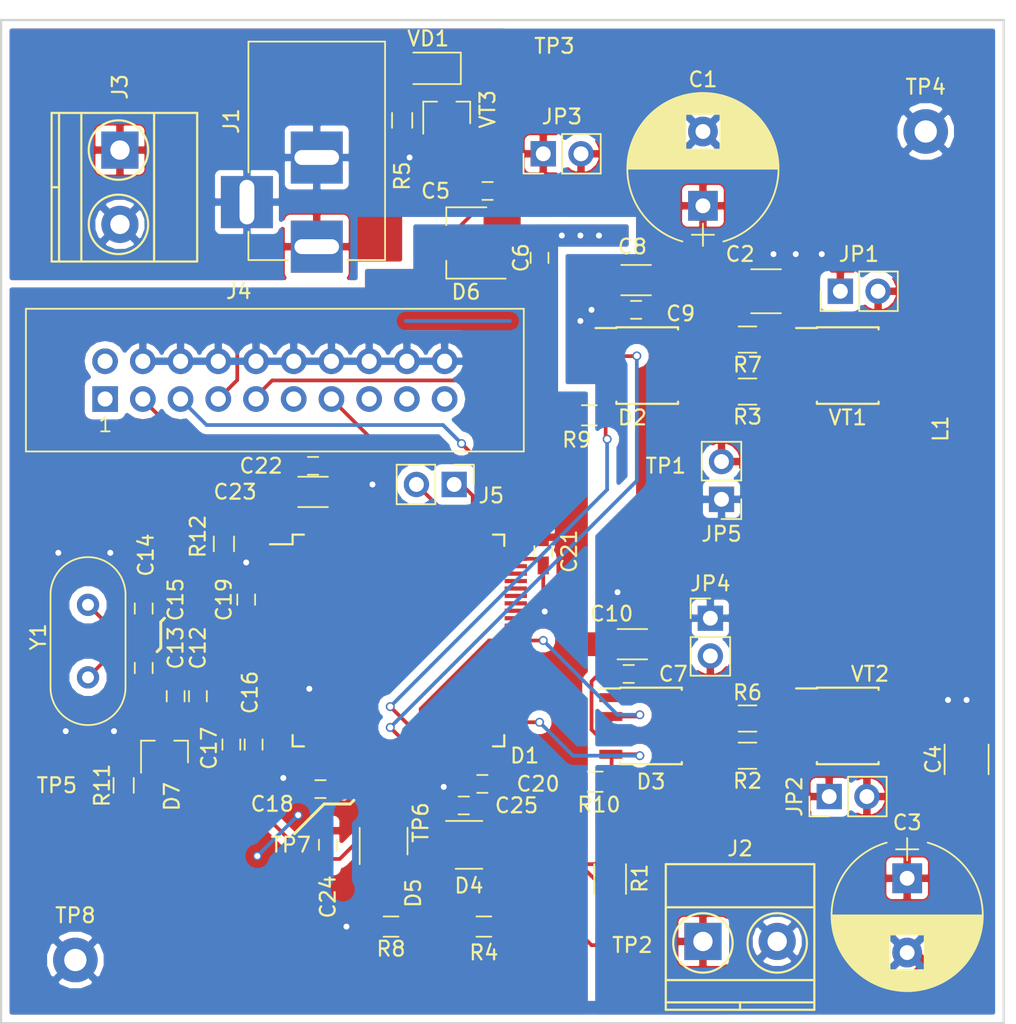
<source format=kicad_pcb>
(kicad_pcb (version 4) (host pcbnew 4.0.6)
  (layers (0 F.Cu signal) (31 B.Cu signal hide) (34 B.Paste user) (35 F.Paste user) (36 B.SilkS user) (37 F.SilkS user) (38 B.Mask user) (39 F.Mask user) (44 Edge.Cuts user))
  (net 0 "")
  (net 1 /Vpwr)
  (net 2 GND)
  (net 3 "Net-(C3-Pad1)")
  (net 4 /Vin)
  (net 5 +3V3)
  (net 6 "Net-(C12-Pad1)")
  (net 7 "Net-(C14-Pad2)")
  (net 8 "Net-(C15-Pad2)")
  (net 9 "Net-(D1-Pad1)")
  (net 10 "Net-(D1-Pad2)")
  (net 11 "Net-(D1-Pad3)")
  (net 12 "Net-(D1-Pad4)")
  (net 13 "Net-(D1-Pad5)")
  (net 14 "Net-(D1-Pad6)")
  (net 15 "Net-(D1-Pad7)")
  (net 16 "Net-(D1-Pad8)")
  (net 17 "Net-(D1-Pad9)")
  (net 18 "Net-(D1-Pad15)")
  (net 19 /Voltage_Sensor)
  (net 20 /Current_Sensor)
  (net 21 "Net-(D1-Pad23)")
  (net 22 "Net-(D1-Pad24)")
  (net 23 "Net-(D1-Pad25)")
  (net 24 "Net-(D1-Pad26)")
  (net 25 "Net-(D1-Pad29)")
  (net 26 "Net-(D1-Pad30)")
  (net 27 "Net-(D1-Pad31)")
  (net 28 "Net-(D1-Pad32)")
  (net 29 "Net-(D1-Pad33)")
  (net 30 "Net-(D1-Pad37)")
  (net 31 "Net-(D1-Pad38)")
  (net 32 /Buck_LIN)
  (net 33 /Buck_HIN)
  (net 34 /Boost_LIN)
  (net 35 /Boost_HIN)
  (net 36 "Net-(D1-Pad43)")
  (net 37 "Net-(D1-Pad44)")
  (net 38 "Net-(D1-Pad45)")
  (net 39 "Net-(D1-Pad46)")
  (net 40 "Net-(D1-Pad47)")
  (net 41 "Net-(D1-Pad48)")
  (net 42 "Net-(D1-Pad51)")
  (net 43 "Net-(D1-Pad53)")
  (net 44 "Net-(D1-Pad54)")
  (net 45 "Net-(D1-Pad55)")
  (net 46 "Net-(D1-Pad56)")
  (net 47 "Net-(D1-Pad57)")
  (net 48 "Net-(D1-Pad58)")
  (net 49 "Net-(D1-Pad59)")
  (net 50 "Net-(D1-Pad60)")
  (net 51 "Net-(D1-Pad61)")
  (net 52 "Net-(D1-Pad62)")
  (net 53 "Net-(D1-Pad64)")
  (net 54 "Net-(D1-Pad65)")
  (net 55 "Net-(D1-Pad66)")
  (net 56 "Net-(D1-Pad67)")
  (net 57 "Net-(D1-Pad68)")
  (net 58 "Net-(D1-Pad69)")
  (net 59 "Net-(D1-Pad70)")
  (net 60 "Net-(D1-Pad71)")
  (net 61 "Net-(D1-Pad72)")
  (net 62 "Net-(D1-Pad73)")
  (net 63 "Net-(D1-Pad76)")
  (net 64 "Net-(D1-Pad77)")
  (net 65 /UART_TX)
  (net 66 /UART_RX)
  (net 67 "Net-(D1-Pad80)")
  (net 68 "Net-(D1-Pad81)")
  (net 69 "Net-(D1-Pad82)")
  (net 70 "Net-(D1-Pad83)")
  (net 71 "Net-(D1-Pad84)")
  (net 72 "Net-(D1-Pad85)")
  (net 73 "Net-(D1-Pad86)")
  (net 74 "Net-(D1-Pad87)")
  (net 75 "Net-(D1-Pad88)")
  (net 76 "Net-(D1-Pad89)")
  (net 77 "Net-(D1-Pad90)")
  (net 78 "Net-(D1-Pad91)")
  (net 79 "Net-(D1-Pad92)")
  (net 80 "Net-(D1-Pad93)")
  (net 81 "Net-(D1-Pad94)")
  (net 82 "Net-(D1-Pad95)")
  (net 83 "Net-(D1-Pad96)")
  (net 84 "Net-(D1-Pad97)")
  (net 85 "Net-(D1-Pad98)")
  (net 86 "Net-(D2-Pad1)")
  (net 87 /pch_buck)
  (net 88 /nch_buck)
  (net 89 "Net-(D2-Pad8)")
  (net 90 "Net-(D3-Pad1)")
  (net 91 /pch_boost)
  (net 92 /nch_boost)
  (net 93 "Net-(D3-Pad8)")
  (net 94 /Vout)
  (net 95 "Net-(D5-Pad1)")
  (net 96 "Net-(J4-Pad1)")
  (net 97 "Net-(J4-Pad2)")
  (net 98 "Net-(J4-Pad11)")
  (net 99 "Net-(J4-Pad15)")
  (net 100 "Net-(J4-Pad17)")
  (net 101 "Net-(J4-Pad19)")
  (net 102 "Net-(JP1-Pad2)")
  (net 103 "Net-(JP2-Pad1)")
  (net 104 "Net-(JP4-Pad2)")
  (net 105 "Net-(JP5-Pad2)")
  (net 106 "Net-(R2-Pad1)")
  (net 107 "Net-(R3-Pad1)")
  (net 108 "Net-(R6-Pad1)")
  (net 109 "Net-(R7-Pad1)")
  (net 110 "Net-(D1-Pad14)")
  (net 111 "Net-(D1-Pad16)")
  (net 112 "Net-(D1-Pad17)")
  (net 113 "Net-(D1-Pad18)")
  (net 114 "Net-(R5-Pad1)")
  (net 115 "Net-(J1-Pad1)")
  (module TO_SOT_Packages_SMD:SOT-23 (layer F.Cu) (at 124 113.25 90)
    (fp_text reference D7 (at -3 0.5 90) (layer F.SilkS))
    (fp_text value TL431DBZ)
    (pad 1 smd rect (at -1 -0.95 90) (size 0.9 0.8) (layers F.Cu F.Paste F.Mask) (net 6 "Net-(C12-Pad1)"))
    (pad 2 smd rect (at -1 0.95 90) (size 0.9 0.8) (layers F.Cu F.Paste F.Mask) (net 6 "Net-(C12-Pad1)"))
    (pad 3 smd rect (at 1 0 90) (size 0.9 0.8) (layers F.Cu F.Paste F.Mask) (net 2 GND))
  )
  (module Connectors:IDC_Header_Straight_20pins (layer F.Cu) (at 120 89.5)
    (fp_text reference J4 (at 9 -7.25) (layer F.SilkS))
    (fp_text value DS1013-20S)
    (fp_text user 1 (at 0.02 1.72) (layer F.SilkS) (effects (font (thickness 0.12))))
    (pad 1 thru_hole rect (at 0 0) (size 1.7272 1.7272) (drill 1.016) (layers *.Cu *.Mask) (net 96 "Net-(J4-Pad1)"))
    (pad 2 thru_hole oval (at 0 -2.54) (size 1.7272 1.7272) (drill 1.016) (layers *.Cu *.Mask) (net 97 "Net-(J4-Pad2)"))
    (pad 3 thru_hole oval (at 2.54 0) (size 1.7272 1.7272) (drill 1.016) (layers *.Cu *.Mask) (net 77 "Net-(D1-Pad90)"))
    (pad 4 thru_hole oval (at 2.54 -2.54) (size 1.7272 1.7272) (drill 1.016) (layers *.Cu *.Mask) (net 2 GND))
    (pad 5 thru_hole oval (at 5.08 0) (size 1.7272 1.7272) (drill 1.016) (layers *.Cu *.Mask) (net 64 "Net-(D1-Pad77)"))
    (pad 6 thru_hole oval (at 5.08 -2.54) (size 1.7272 1.7272) (drill 1.016) (layers *.Cu *.Mask) (net 2 GND))
    (pad 7 thru_hole oval (at 7.62 0) (size 1.7272 1.7272) (drill 1.016) (layers *.Cu *.Mask) (net 61 "Net-(D1-Pad72)"))
    (pad 8 thru_hole oval (at 7.62 -2.54) (size 1.7272 1.7272) (drill 1.016) (layers *.Cu *.Mask) (net 2 GND))
    (pad 9 thru_hole oval (at 10.16 0) (size 1.7272 1.7272) (drill 1.016) (layers *.Cu *.Mask) (net 63 "Net-(D1-Pad76)"))
    (pad 10 thru_hole oval (at 10.16 -2.54) (size 1.7272 1.7272) (drill 1.016) (layers *.Cu *.Mask) (net 2 GND))
    (pad 11 thru_hole oval (at 12.7 0) (size 1.7272 1.7272) (drill 1.016) (layers *.Cu *.Mask) (net 98 "Net-(J4-Pad11)"))
    (pad 12 thru_hole oval (at 12.7 -2.54) (size 1.7272 1.7272) (drill 1.016) (layers *.Cu *.Mask) (net 2 GND))
    (pad 13 thru_hole oval (at 15.24 0) (size 1.7272 1.7272) (drill 1.016) (layers *.Cu *.Mask) (net 76 "Net-(D1-Pad89)"))
    (pad 14 thru_hole oval (at 15.24 -2.54) (size 1.7272 1.7272) (drill 1.016) (layers *.Cu *.Mask) (net 2 GND))
    (pad 15 thru_hole oval (at 17.78 0) (size 1.7272 1.7272) (drill 1.016) (layers *.Cu *.Mask) (net 99 "Net-(J4-Pad15)"))
    (pad 16 thru_hole oval (at 17.78 -2.54) (size 1.7272 1.7272) (drill 1.016) (layers *.Cu *.Mask) (net 2 GND))
    (pad 17 thru_hole oval (at 20.32 0) (size 1.7272 1.7272) (drill 1.016) (layers *.Cu *.Mask) (net 100 "Net-(J4-Pad17)"))
    (pad 18 thru_hole oval (at 20.32 -2.54) (size 1.7272 1.7272) (drill 1.016) (layers *.Cu *.Mask) (net 2 GND))
    (pad 19 thru_hole oval (at 22.86 0) (size 1.7272 1.7272) (drill 1.016) (layers *.Cu *.Mask) (net 101 "Net-(J4-Pad19)"))
    (pad 20 thru_hole oval (at 22.86 -2.54) (size 1.7272 1.7272) (drill 1.016) (layers *.Cu *.Mask) (net 2 GND))
  )
  (module Capacitors_SMD:C_0603_HandSoldering (layer F.Cu) (at 134 94)
    (fp_text reference C22 (at -3.5 0) (layer F.SilkS))
    (fp_text value 0.1u)
    (pad 1 smd rect (at -0.95 0) (size 1.2 0.75) (layers F.Cu F.Paste F.Mask) (net 5 +3V3))
    (pad 2 smd rect (at 0.95 0) (size 1.2 0.75) (layers F.Cu F.Paste F.Mask) (net 2 GND))
  )
  (module Housings_QFP:LQFP-100_14x14mm_Pitch0.5mm (layer F.Cu) (at 139.75 105.75)
    (fp_text reference D1 (at 8.5 7.75) (layer F.SilkS))
    (fp_text value STM32F107VCTx)
    (pad 1 smd rect (at -7.9 -6) (size 1.5 0.28) (layers F.Cu F.Paste F.Mask) (net 9 "Net-(D1-Pad1)"))
    (pad 2 smd rect (at -7.9 -5.5) (size 1.5 0.28) (layers F.Cu F.Paste F.Mask) (net 10 "Net-(D1-Pad2)"))
    (pad 3 smd rect (at -7.9 -5) (size 1.5 0.28) (layers F.Cu F.Paste F.Mask) (net 11 "Net-(D1-Pad3)"))
    (pad 4 smd rect (at -7.9 -4.5) (size 1.5 0.28) (layers F.Cu F.Paste F.Mask) (net 12 "Net-(D1-Pad4)"))
    (pad 5 smd rect (at -7.9 -4) (size 1.5 0.28) (layers F.Cu F.Paste F.Mask) (net 13 "Net-(D1-Pad5)"))
    (pad 6 smd rect (at -7.9 -3.5) (size 1.5 0.28) (layers F.Cu F.Paste F.Mask) (net 14 "Net-(D1-Pad6)"))
    (pad 7 smd rect (at -7.9 -3) (size 1.5 0.28) (layers F.Cu F.Paste F.Mask) (net 15 "Net-(D1-Pad7)"))
    (pad 8 smd rect (at -7.9 -2.5) (size 1.5 0.28) (layers F.Cu F.Paste F.Mask) (net 16 "Net-(D1-Pad8)"))
    (pad 9 smd rect (at -7.9 -2) (size 1.5 0.28) (layers F.Cu F.Paste F.Mask) (net 17 "Net-(D1-Pad9)"))
    (pad 10 smd rect (at -7.9 -1.5) (size 1.5 0.28) (layers F.Cu F.Paste F.Mask) (net 2 GND))
    (pad 11 smd rect (at -7.9 -1) (size 1.5 0.28) (layers F.Cu F.Paste F.Mask) (net 5 +3V3))
    (pad 12 smd rect (at -7.9 -0.5) (size 1.5 0.28) (layers F.Cu F.Paste F.Mask) (net 7 "Net-(C14-Pad2)"))
    (pad 13 smd rect (at -7.9 0) (size 1.5 0.28) (layers F.Cu F.Paste F.Mask) (net 8 "Net-(C15-Pad2)"))
    (pad 14 smd rect (at -7.9 0.5) (size 1.5 0.28) (layers F.Cu F.Paste F.Mask) (net 110 "Net-(D1-Pad14)"))
    (pad 15 smd rect (at -7.9 1) (size 1.5 0.28) (layers F.Cu F.Paste F.Mask) (net 18 "Net-(D1-Pad15)"))
    (pad 16 smd rect (at -7.9 1.5) (size 1.5 0.28) (layers F.Cu F.Paste F.Mask) (net 111 "Net-(D1-Pad16)"))
    (pad 17 smd rect (at -7.9 2) (size 1.5 0.28) (layers F.Cu F.Paste F.Mask) (net 112 "Net-(D1-Pad17)"))
    (pad 18 smd rect (at -7.9 2.5) (size 1.5 0.28) (layers F.Cu F.Paste F.Mask) (net 113 "Net-(D1-Pad18)"))
    (pad 19 smd rect (at -7.9 3) (size 1.5 0.28) (layers F.Cu F.Paste F.Mask) (net 2 GND))
    (pad 20 smd rect (at -7.9 3.5) (size 1.5 0.28) (layers F.Cu F.Paste F.Mask) (net 2 GND))
    (pad 21 smd rect (at -7.9 4) (size 1.5 0.28) (layers F.Cu F.Paste F.Mask) (net 6 "Net-(C12-Pad1)"))
    (pad 22 smd rect (at -7.9 4.5) (size 1.5 0.28) (layers F.Cu F.Paste F.Mask) (net 5 +3V3))
    (pad 23 smd rect (at -7.9 5) (size 1.5 0.28) (layers F.Cu F.Paste F.Mask) (net 21 "Net-(D1-Pad23)"))
    (pad 24 smd rect (at -7.9 5.5) (size 1.5 0.28) (layers F.Cu F.Paste F.Mask) (net 22 "Net-(D1-Pad24)"))
    (pad 25 smd rect (at -7.9 6) (size 1.5 0.28) (layers F.Cu F.Paste F.Mask) (net 23 "Net-(D1-Pad25)"))
    (pad 26 smd rect (at -6 7.9 90) (size 1.5 0.28) (layers F.Cu F.Paste F.Mask) (net 24 "Net-(D1-Pad26)"))
    (pad 27 smd rect (at -5.5 7.9 90) (size 1.5 0.28) (layers F.Cu F.Paste F.Mask) (net 2 GND))
    (pad 28 smd rect (at -5 7.9 90) (size 1.5 0.28) (layers F.Cu F.Paste F.Mask) (net 5 +3V3))
    (pad 29 smd rect (at -4.5 7.9 90) (size 1.5 0.28) (layers F.Cu F.Paste F.Mask) (net 25 "Net-(D1-Pad29)"))
    (pad 30 smd rect (at -4 7.9 90) (size 1.5 0.28) (layers F.Cu F.Paste F.Mask) (net 26 "Net-(D1-Pad30)"))
    (pad 31 smd rect (at -3.5 7.9 90) (size 1.5 0.28) (layers F.Cu F.Paste F.Mask) (net 27 "Net-(D1-Pad31)"))
    (pad 32 smd rect (at -3 7.9 90) (size 1.5 0.28) (layers F.Cu F.Paste F.Mask) (net 28 "Net-(D1-Pad32)"))
    (pad 33 smd rect (at -2.5 7.9 90) (size 1.5 0.28) (layers F.Cu F.Paste F.Mask) (net 29 "Net-(D1-Pad33)"))
    (pad 34 smd rect (at -2 7.9 90) (size 1.5 0.28) (layers F.Cu F.Paste F.Mask) (net 19 /Voltage_Sensor))
    (pad 35 smd rect (at -1.5 7.9 90) (size 1.5 0.28) (layers F.Cu F.Paste F.Mask) (net 20 /Current_Sensor))
    (pad 36 smd rect (at -1 7.9 90) (size 1.5 0.28) (layers F.Cu F.Paste F.Mask) (net 20 /Current_Sensor))
    (pad 37 smd rect (at -0.5 7.9 90) (size 1.5 0.28) (layers F.Cu F.Paste F.Mask) (net 30 "Net-(D1-Pad37)"))
    (pad 38 smd rect (at 0 7.9 90) (size 1.5 0.28) (layers F.Cu F.Paste F.Mask) (net 31 "Net-(D1-Pad38)"))
    (pad 39 smd rect (at 0.5 7.9 90) (size 1.5 0.28) (layers F.Cu F.Paste F.Mask) (net 32 /Buck_LIN))
    (pad 40 smd rect (at 1 7.9 90) (size 1.5 0.28) (layers F.Cu F.Paste F.Mask) (net 33 /Buck_HIN))
    (pad 41 smd rect (at 1.5 7.9 90) (size 1.5 0.28) (layers F.Cu F.Paste F.Mask) (net 34 /Boost_LIN))
    (pad 42 smd rect (at 2 7.9 90) (size 1.5 0.28) (layers F.Cu F.Paste F.Mask) (net 35 /Boost_HIN))
    (pad 43 smd rect (at 2.5 7.9 90) (size 1.5 0.28) (layers F.Cu F.Paste F.Mask) (net 36 "Net-(D1-Pad43)"))
    (pad 44 smd rect (at 3 7.9 90) (size 1.5 0.28) (layers F.Cu F.Paste F.Mask) (net 37 "Net-(D1-Pad44)"))
    (pad 45 smd rect (at 3.5 7.9 90) (size 1.5 0.28) (layers F.Cu F.Paste F.Mask) (net 38 "Net-(D1-Pad45)"))
    (pad 46 smd rect (at 4 7.9 90) (size 1.5 0.28) (layers F.Cu F.Paste F.Mask) (net 39 "Net-(D1-Pad46)"))
    (pad 47 smd rect (at 4.5 7.9 90) (size 1.5 0.28) (layers F.Cu F.Paste F.Mask) (net 40 "Net-(D1-Pad47)"))
    (pad 48 smd rect (at 5 7.9 90) (size 1.5 0.28) (layers F.Cu F.Paste F.Mask) (net 41 "Net-(D1-Pad48)"))
    (pad 49 smd rect (at 5.5 7.9 90) (size 1.5 0.28) (layers F.Cu F.Paste F.Mask) (net 2 GND))
    (pad 50 smd rect (at 6 7.9 90) (size 1.5 0.28) (layers F.Cu F.Paste F.Mask) (net 5 +3V3))
    (pad 51 smd rect (at 7.9 6) (size 1.5 0.28) (layers F.Cu F.Paste F.Mask) (net 42 "Net-(D1-Pad51)"))
    (pad 52 smd rect (at 7.9 5.5) (size 1.5 0.28) (layers F.Cu F.Paste F.Mask) (net 35 /Boost_HIN))
    (pad 53 smd rect (at 7.9 5) (size 1.5 0.28) (layers F.Cu F.Paste F.Mask) (net 43 "Net-(D1-Pad53)"))
    (pad 54 smd rect (at 7.9 4.5) (size 1.5 0.28) (layers F.Cu F.Paste F.Mask) (net 44 "Net-(D1-Pad54)"))
    (pad 55 smd rect (at 7.9 4) (size 1.5 0.28) (layers F.Cu F.Paste F.Mask) (net 45 "Net-(D1-Pad55)"))
    (pad 56 smd rect (at 7.9 3.5) (size 1.5 0.28) (layers F.Cu F.Paste F.Mask) (net 46 "Net-(D1-Pad56)"))
    (pad 57 smd rect (at 7.9 3) (size 1.5 0.28) (layers F.Cu F.Paste F.Mask) (net 47 "Net-(D1-Pad57)"))
    (pad 58 smd rect (at 7.9 2.5) (size 1.5 0.28) (layers F.Cu F.Paste F.Mask) (net 48 "Net-(D1-Pad58)"))
    (pad 59 smd rect (at 7.9 2) (size 1.5 0.28) (layers F.Cu F.Paste F.Mask) (net 49 "Net-(D1-Pad59)"))
    (pad 60 smd rect (at 7.9 1.5) (size 1.5 0.28) (layers F.Cu F.Paste F.Mask) (net 50 "Net-(D1-Pad60)"))
    (pad 61 smd rect (at 7.9 1) (size 1.5 0.28) (layers F.Cu F.Paste F.Mask) (net 51 "Net-(D1-Pad61)"))
    (pad 62 smd rect (at 7.9 0.5) (size 1.5 0.28) (layers F.Cu F.Paste F.Mask) (net 52 "Net-(D1-Pad62)"))
    (pad 63 smd rect (at 7.9 0) (size 1.5 0.28) (layers F.Cu F.Paste F.Mask) (net 34 /Boost_LIN))
    (pad 64 smd rect (at 7.9 -0.5) (size 1.5 0.28) (layers F.Cu F.Paste F.Mask) (net 53 "Net-(D1-Pad64)"))
    (pad 65 smd rect (at 7.9 -1) (size 1.5 0.28) (layers F.Cu F.Paste F.Mask) (net 54 "Net-(D1-Pad65)"))
    (pad 66 smd rect (at 7.9 -1.5) (size 1.5 0.28) (layers F.Cu F.Paste F.Mask) (net 55 "Net-(D1-Pad66)"))
    (pad 67 smd rect (at 7.9 -2) (size 1.5 0.28) (layers F.Cu F.Paste F.Mask) (net 56 "Net-(D1-Pad67)"))
    (pad 68 smd rect (at 7.9 -2.5) (size 1.5 0.28) (layers F.Cu F.Paste F.Mask) (net 57 "Net-(D1-Pad68)"))
    (pad 69 smd rect (at 7.9 -3) (size 1.5 0.28) (layers F.Cu F.Paste F.Mask) (net 58 "Net-(D1-Pad69)"))
    (pad 70 smd rect (at 7.9 -3.5) (size 1.5 0.28) (layers F.Cu F.Paste F.Mask) (net 59 "Net-(D1-Pad70)"))
    (pad 71 smd rect (at 7.9 -4) (size 1.5 0.28) (layers F.Cu F.Paste F.Mask) (net 60 "Net-(D1-Pad71)"))
    (pad 72 smd rect (at 7.9 -4.5) (size 1.5 0.28) (layers F.Cu F.Paste F.Mask) (net 61 "Net-(D1-Pad72)"))
    (pad 73 smd rect (at 7.9 -5) (size 1.5 0.28) (layers F.Cu F.Paste F.Mask) (net 62 "Net-(D1-Pad73)"))
    (pad 74 smd rect (at 7.9 -5.5) (size 1.5 0.28) (layers F.Cu F.Paste F.Mask) (net 2 GND))
    (pad 75 smd rect (at 7.9 -6) (size 1.5 0.28) (layers F.Cu F.Paste F.Mask) (net 5 +3V3))
    (pad 76 smd rect (at 6 -7.9 90) (size 1.5 0.28) (layers F.Cu F.Paste F.Mask) (net 63 "Net-(D1-Pad76)"))
    (pad 77 smd rect (at 5.5 -7.9 90) (size 1.5 0.28) (layers F.Cu F.Paste F.Mask) (net 64 "Net-(D1-Pad77)"))
    (pad 78 smd rect (at 5 -7.9 90) (size 1.5 0.28) (layers F.Cu F.Paste F.Mask) (net 65 /UART_TX))
    (pad 79 smd rect (at 4.5 -7.9 90) (size 1.5 0.28) (layers F.Cu F.Paste F.Mask) (net 66 /UART_RX))
    (pad 80 smd rect (at 4 -7.9 90) (size 1.5 0.28) (layers F.Cu F.Paste F.Mask) (net 67 "Net-(D1-Pad80)"))
    (pad 81 smd rect (at 3.5 -7.9 90) (size 1.5 0.28) (layers F.Cu F.Paste F.Mask) (net 68 "Net-(D1-Pad81)"))
    (pad 82 smd rect (at 3 -7.9 90) (size 1.5 0.28) (layers F.Cu F.Paste F.Mask) (net 69 "Net-(D1-Pad82)"))
    (pad 83 smd rect (at 2.5 -7.9 90) (size 1.5 0.28) (layers F.Cu F.Paste F.Mask) (net 70 "Net-(D1-Pad83)"))
    (pad 84 smd rect (at 2 -7.9 90) (size 1.5 0.28) (layers F.Cu F.Paste F.Mask) (net 71 "Net-(D1-Pad84)"))
    (pad 85 smd rect (at 1.5 -7.9 90) (size 1.5 0.28) (layers F.Cu F.Paste F.Mask) (net 72 "Net-(D1-Pad85)"))
    (pad 86 smd rect (at 1 -7.9 90) (size 1.5 0.28) (layers F.Cu F.Paste F.Mask) (net 73 "Net-(D1-Pad86)"))
    (pad 87 smd rect (at 0.5 -7.9 90) (size 1.5 0.28) (layers F.Cu F.Paste F.Mask) (net 74 "Net-(D1-Pad87)"))
    (pad 88 smd rect (at 0 -7.9 90) (size 1.5 0.28) (layers F.Cu F.Paste F.Mask) (net 75 "Net-(D1-Pad88)"))
    (pad 89 smd rect (at -0.5 -7.9 90) (size 1.5 0.28) (layers F.Cu F.Paste F.Mask) (net 76 "Net-(D1-Pad89)"))
    (pad 90 smd rect (at -1 -7.9 90) (size 1.5 0.28) (layers F.Cu F.Paste F.Mask) (net 77 "Net-(D1-Pad90)"))
    (pad 91 smd rect (at -1.5 -7.9 90) (size 1.5 0.28) (layers F.Cu F.Paste F.Mask) (net 78 "Net-(D1-Pad91)"))
    (pad 92 smd rect (at -2 -7.9 90) (size 1.5 0.28) (layers F.Cu F.Paste F.Mask) (net 79 "Net-(D1-Pad92)"))
    (pad 93 smd rect (at -2.5 -7.9 90) (size 1.5 0.28) (layers F.Cu F.Paste F.Mask) (net 80 "Net-(D1-Pad93)"))
    (pad 94 smd rect (at -3 -7.9 90) (size 1.5 0.28) (layers F.Cu F.Paste F.Mask) (net 81 "Net-(D1-Pad94)"))
    (pad 95 smd rect (at -3.5 -7.9 90) (size 1.5 0.28) (layers F.Cu F.Paste F.Mask) (net 82 "Net-(D1-Pad95)"))
    (pad 96 smd rect (at -4 -7.9 90) (size 1.5 0.28) (layers F.Cu F.Paste F.Mask) (net 83 "Net-(D1-Pad96)"))
    (pad 97 smd rect (at -4.5 -7.9 90) (size 1.5 0.28) (layers F.Cu F.Paste F.Mask) (net 84 "Net-(D1-Pad97)"))
    (pad 98 smd rect (at -5 -7.9 90) (size 1.5 0.28) (layers F.Cu F.Paste F.Mask) (net 85 "Net-(D1-Pad98)"))
    (pad 99 smd rect (at -5.5 -7.9 90) (size 1.5 0.28) (layers F.Cu F.Paste F.Mask) (net 2 GND))
    (pad 100 smd rect (at -6 -7.9 90) (size 1.5 0.28) (layers F.Cu F.Paste F.Mask) (net 5 +3V3))
  )
  (module Capacitors_THT:CP_Radial_D10.0mm_P5.00mm (layer F.Cu) (at 160.25 76.5 90)
    (fp_text reference C1 (at 8.5 0 180) (layer F.SilkS))
    (fp_text value 470u)
    (pad 1 thru_hole rect (at 0 0 90) (size 2 2) (drill 1) (layers *.Cu *.Mask) (net 1 /Vpwr))
    (pad 2 thru_hole circle (at 5 0 90) (size 2 2) (drill 1) (layers *.Cu *.Mask) (net 2 GND))
  )
  (module Capacitors_SMD:C_1210_HandSoldering (layer F.Cu) (at 164.5 82.25)
    (fp_text reference C2 (at -1.75 -2.5) (layer F.SilkS))
    (fp_text value 10u)
    (pad 1 smd rect (at -2 0) (size 2 2.5) (layers F.Cu F.Paste F.Mask) (net 1 /Vpwr))
    (pad 2 smd rect (at 2 0) (size 2 2.5) (layers F.Cu F.Paste F.Mask) (net 2 GND))
  )
  (module Capacitors_THT:CP_Radial_D10.0mm_P5.00mm (layer F.Cu) (at 174 121.75 270)
    (fp_text reference C3 (at -3.75 0 360) (layer F.SilkS))
    (fp_text value 470u)
    (pad 1 thru_hole rect (at 0 0 270) (size 2 2) (drill 1) (layers *.Cu *.Mask) (net 3 "Net-(C3-Pad1)"))
    (pad 2 thru_hole circle (at 5 0 270) (size 2 2) (drill 1) (layers *.Cu *.Mask) (net 2 GND))
  )
  (module Capacitors_SMD:C_1210_HandSoldering (layer F.Cu) (at 178 113.75 90)
    (fp_text reference C4 (at 0 -2.25 90) (layer F.SilkS))
    (fp_text value 10u)
    (pad 1 smd rect (at -2 0 90) (size 2 2.5) (layers F.Cu F.Paste F.Mask) (net 3 "Net-(C3-Pad1)"))
    (pad 2 smd rect (at 2 0 90) (size 2 2.5) (layers F.Cu F.Paste F.Mask) (net 2 GND))
  )
  (module Capacitors_SMD:C_0603_HandSoldering (layer F.Cu) (at 145.75 75.5 180)
    (fp_text reference C5 (at 3.5 0 180) (layer F.SilkS))
    (fp_text value 0.33u)
    (pad 1 smd rect (at -0.95 0 180) (size 1.2 0.75) (layers F.Cu F.Paste F.Mask) (net 4 /Vin))
    (pad 2 smd rect (at 0.95 0 180) (size 1.2 0.75) (layers F.Cu F.Paste F.Mask) (net 2 GND))
  )
  (module Capacitors_SMD:C_0603_HandSoldering (layer F.Cu) (at 149.25 80 90)
    (fp_text reference C6 (at 0 -1.25 90) (layer F.SilkS))
    (fp_text value 0.1u)
    (pad 1 smd rect (at -0.95 0 90) (size 1.2 0.75) (layers F.Cu F.Paste F.Mask) (net 5 +3V3))
    (pad 2 smd rect (at 0.95 0 90) (size 1.2 0.75) (layers F.Cu F.Paste F.Mask) (net 2 GND))
  )
  (module Capacitors_SMD:C_0603_HandSoldering (layer F.Cu) (at 155.25 108 180)
    (fp_text reference C7 (at -3 0 180) (layer F.SilkS))
    (fp_text value 0.1u)
    (pad 1 smd rect (at -0.95 0 180) (size 1.2 0.75) (layers F.Cu F.Paste F.Mask) (net 1 /Vpwr))
    (pad 2 smd rect (at 0.95 0 180) (size 1.2 0.75) (layers F.Cu F.Paste F.Mask) (net 2 GND))
  )
  (module Capacitors_SMD:C_1206_HandSoldering (layer F.Cu) (at 155.75 81.5 180)
    (fp_text reference C8 (at 0.25 2.25 180) (layer F.SilkS))
    (fp_text value 4.7u)
    (pad 1 smd rect (at -2 0 180) (size 2 1.6) (layers F.Cu F.Paste F.Mask) (net 1 /Vpwr))
    (pad 2 smd rect (at 2 0 180) (size 2 1.6) (layers F.Cu F.Paste F.Mask) (net 2 GND))
  )
  (module Capacitors_SMD:C_0603_HandSoldering (layer F.Cu) (at 155.75 83.5 180)
    (fp_text reference C9 (at -3 -0.25 180) (layer F.SilkS))
    (fp_text value 0.1u)
    (pad 1 smd rect (at -0.95 0 180) (size 1.2 0.75) (layers F.Cu F.Paste F.Mask) (net 1 /Vpwr))
    (pad 2 smd rect (at 0.95 0 180) (size 1.2 0.75) (layers F.Cu F.Paste F.Mask) (net 2 GND))
  )
  (module Capacitors_SMD:C_1206_HandSoldering (layer F.Cu) (at 155.5 106 180)
    (fp_text reference C10 (at 1.4 2.05 180) (layer F.SilkS))
    (fp_text value 4.7u)
    (pad 1 smd rect (at -2 0 180) (size 2 1.6) (layers F.Cu F.Paste F.Mask) (net 1 /Vpwr))
    (pad 2 smd rect (at 2 0 180) (size 2 1.6) (layers F.Cu F.Paste F.Mask) (net 2 GND))
  )
  (module Capacitors_SMD:C_0603_HandSoldering (layer F.Cu) (at 126.25 109.5 90)
    (fp_text reference C12 (at 3.25 0 90) (layer F.SilkS))
    (fp_text value 10n)
    (pad 1 smd rect (at -0.95 0 90) (size 1.2 0.75) (layers F.Cu F.Paste F.Mask) (net 6 "Net-(C12-Pad1)"))
    (pad 2 smd rect (at 0.95 0 90) (size 1.2 0.75) (layers F.Cu F.Paste F.Mask) (net 2 GND))
  )
  (module Capacitors_SMD:C_0603_HandSoldering (layer F.Cu) (at 124.75 109.5 90)
    (fp_text reference C13 (at 3.25 0 90) (layer F.SilkS))
    (fp_text value 1u)
    (pad 1 smd rect (at -0.95 0 90) (size 1.2 0.75) (layers F.Cu F.Paste F.Mask) (net 6 "Net-(C12-Pad1)"))
    (pad 2 smd rect (at 0.95 0 90) (size 1.2 0.75) (layers F.Cu F.Paste F.Mask) (net 2 GND))
  )
  (module Capacitors_SMD:C_0603_HandSoldering (layer F.Cu) (at 122.6 103.6 270)
    (fp_text reference C14 (at -3.6 -0.15 270) (layer F.SilkS))
    (fp_text value C)
    (pad 1 smd rect (at -0.95 0 270) (size 1.2 0.75) (layers F.Cu F.Paste F.Mask) (net 2 GND))
    (pad 2 smd rect (at 0.95 0 270) (size 1.2 0.75) (layers F.Cu F.Paste F.Mask) (net 7 "Net-(C14-Pad2)"))
  )
  (module Capacitors_SMD:C_0603_HandSoldering (layer F.Cu) (at 122.6 107.6 90)
    (fp_text reference C15 (at 4.6 2.15 90) (layer F.SilkS))
    (fp_text value C)
    (pad 1 smd rect (at -0.95 0 90) (size 1.2 0.75) (layers F.Cu F.Paste F.Mask) (net 2 GND))
    (pad 2 smd rect (at 0.95 0 90) (size 1.2 0.75) (layers F.Cu F.Paste F.Mask) (net 8 "Net-(C15-Pad2)"))
  )
  (module Capacitors_SMD:C_0603_HandSoldering (layer F.Cu) (at 130 112.75 270)
    (fp_text reference C16 (at -3.5 0.25 270) (layer F.SilkS))
    (fp_text value 10n)
    (pad 1 smd rect (at -0.95 0 270) (size 1.2 0.75) (layers F.Cu F.Paste F.Mask) (net 5 +3V3))
    (pad 2 smd rect (at 0.95 0 270) (size 1.2 0.75) (layers F.Cu F.Paste F.Mask) (net 2 GND))
  )
  (module Capacitors_SMD:C_0603_HandSoldering (layer F.Cu) (at 128.5 112.75 270)
    (fp_text reference C17 (at 0.25 1.5 270) (layer F.SilkS))
    (fp_text value 1u)
    (pad 1 smd rect (at -0.95 0 270) (size 1.2 0.75) (layers F.Cu F.Paste F.Mask) (net 5 +3V3))
    (pad 2 smd rect (at 0.95 0 270) (size 1.2 0.75) (layers F.Cu F.Paste F.Mask) (net 2 GND))
  )
  (module Capacitors_SMD:C_0603_HandSoldering (layer F.Cu) (at 134.5 115.75 180)
    (fp_text reference C18 (at 3.25 -1 180) (layer F.SilkS))
    (fp_text value 0.1u)
    (pad 1 smd rect (at -0.95 0 180) (size 1.2 0.75) (layers F.Cu F.Paste F.Mask) (net 5 +3V3))
    (pad 2 smd rect (at 0.95 0 180) (size 1.2 0.75) (layers F.Cu F.Paste F.Mask) (net 2 GND))
  )
  (module Capacitors_SMD:C_0603_HandSoldering (layer F.Cu) (at 129.5 103 90)
    (fp_text reference C19 (at 0 -1.5 90) (layer F.SilkS))
    (fp_text value 0.1u)
    (pad 1 smd rect (at -0.95 0 90) (size 1.2 0.75) (layers F.Cu F.Paste F.Mask) (net 5 +3V3))
    (pad 2 smd rect (at 0.95 0 90) (size 1.2 0.75) (layers F.Cu F.Paste F.Mask) (net 2 GND))
  )
  (module Capacitors_SMD:C_0603_HandSoldering (layer F.Cu) (at 145.4 115.4 180)
    (fp_text reference C20 (at -3.75 0 180) (layer F.SilkS))
    (fp_text value 0.1u)
    (pad 1 smd rect (at -0.95 0 180) (size 1.2 0.75) (layers F.Cu F.Paste F.Mask) (net 5 +3V3))
    (pad 2 smd rect (at 0.95 0 180) (size 1.2 0.75) (layers F.Cu F.Paste F.Mask) (net 2 GND))
  )
  (module Capacitors_SMD:C_0603_HandSoldering (layer F.Cu) (at 149.5 99.75 270)
    (fp_text reference C21 (at 0 -1.75 270) (layer F.SilkS))
    (fp_text value 0.1u)
    (pad 1 smd rect (at -0.95 0 270) (size 1.2 0.75) (layers F.Cu F.Paste F.Mask) (net 5 +3V3))
    (pad 2 smd rect (at 0.95 0 270) (size 1.2 0.75) (layers F.Cu F.Paste F.Mask) (net 2 GND))
  )
  (module Capacitors_SMD:C_1206_HandSoldering (layer F.Cu) (at 134 95.75)
    (fp_text reference C23 (at -5.25 0) (layer F.SilkS))
    (fp_text value 4.7u)
    (pad 1 smd rect (at -2 0) (size 2 1.6) (layers F.Cu F.Paste F.Mask) (net 5 +3V3))
    (pad 2 smd rect (at 2 0) (size 2 1.6) (layers F.Cu F.Paste F.Mask) (net 2 GND))
  )
  (module Capacitors_SMD:C_0603_HandSoldering (layer F.Cu) (at 135 119.5 270)
    (fp_text reference C24 (at 3.5 0 270) (layer F.SilkS))
    (fp_text value 0.1u)
    (pad 1 smd rect (at -0.95 0 270) (size 1.2 0.75) (layers F.Cu F.Paste F.Mask) (net 5 +3V3))
    (pad 2 smd rect (at 0.95 0 270) (size 1.2 0.75) (layers F.Cu F.Paste F.Mask) (net 2 GND))
  )
  (module Capacitors_SMD:C_0603_HandSoldering (layer F.Cu) (at 144.15 116.85 180)
    (fp_text reference C25 (at -3.55 0 180) (layer F.SilkS))
    (fp_text value 0.1u)
    (pad 1 smd rect (at -0.95 0 180) (size 1.2 0.75) (layers F.Cu F.Paste F.Mask) (net 5 +3V3))
    (pad 2 smd rect (at 0.95 0 180) (size 1.2 0.75) (layers F.Cu F.Paste F.Mask) (net 2 GND))
  )
  (module Housings_SOIC:SOIC-8_3.9x4.9mm_Pitch1.27mm (layer F.Cu) (at 156.5 87.25)
    (fp_text reference D2 (at -1 3.5) (layer F.SilkS))
    (fp_text value MIC4427)
    (pad 1 smd rect (at -2.7 -1.905) (size 1.55 0.6) (layers F.Cu F.Paste F.Mask) (net 86 "Net-(D2-Pad1)"))
    (pad 2 smd rect (at -2.7 -0.635) (size 1.55 0.6) (layers F.Cu F.Paste F.Mask) (net 32 /Buck_LIN))
    (pad 3 smd rect (at -2.7 0.635) (size 1.55 0.6) (layers F.Cu F.Paste F.Mask) (net 2 GND))
    (pad 4 smd rect (at -2.7 1.905) (size 1.55 0.6) (layers F.Cu F.Paste F.Mask) (net 33 /Buck_HIN))
    (pad 5 smd rect (at 2.7 1.905) (size 1.55 0.6) (layers F.Cu F.Paste F.Mask) (net 87 /pch_buck))
    (pad 6 smd rect (at 2.7 0.635) (size 1.55 0.6) (layers F.Cu F.Paste F.Mask) (net 1 /Vpwr))
    (pad 7 smd rect (at 2.7 -0.635) (size 1.55 0.6) (layers F.Cu F.Paste F.Mask) (net 88 /nch_buck))
    (pad 8 smd rect (at 2.7 -1.905) (size 1.55 0.6) (layers F.Cu F.Paste F.Mask) (net 89 "Net-(D2-Pad8)"))
  )
  (module Housings_SOIC:SOIC-8_3.9x4.9mm_Pitch1.27mm (layer F.Cu) (at 156.75 111.5)
    (fp_text reference D3 (at 0 3.75) (layer F.SilkS))
    (fp_text value MIC4427)
    (pad 1 smd rect (at -2.7 -1.905) (size 1.55 0.6) (layers F.Cu F.Paste F.Mask) (net 90 "Net-(D3-Pad1)"))
    (pad 2 smd rect (at -2.7 -0.635) (size 1.55 0.6) (layers F.Cu F.Paste F.Mask) (net 34 /Boost_LIN))
    (pad 3 smd rect (at -2.7 0.635) (size 1.55 0.6) (layers F.Cu F.Paste F.Mask) (net 2 GND))
    (pad 4 smd rect (at -2.7 1.905) (size 1.55 0.6) (layers F.Cu F.Paste F.Mask) (net 35 /Boost_HIN))
    (pad 5 smd rect (at 2.7 1.905) (size 1.55 0.6) (layers F.Cu F.Paste F.Mask) (net 91 /pch_boost))
    (pad 6 smd rect (at 2.7 0.635) (size 1.55 0.6) (layers F.Cu F.Paste F.Mask) (net 1 /Vpwr))
    (pad 7 smd rect (at 2.7 -0.635) (size 1.55 0.6) (layers F.Cu F.Paste F.Mask) (net 92 /nch_boost))
    (pad 8 smd rect (at 2.7 -1.905) (size 1.55 0.6) (layers F.Cu F.Paste F.Mask) (net 93 "Net-(D3-Pad8)"))
  )
  (module TO_SOT_Packages_SMD:SOT-23-5_HandSoldering (layer F.Cu) (at 144.5 119.5)
    (fp_text reference D4 (at 0 2.75) (layer F.SilkS))
    (fp_text value INA180A)
    (pad 1 smd rect (at -1.35 -0.95) (size 1.56 0.65) (layers F.Cu F.Paste F.Mask) (net 20 /Current_Sensor))
    (pad 2 smd rect (at -1.35 0) (size 1.56 0.65) (layers F.Cu F.Paste F.Mask) (net 2 GND))
    (pad 3 smd rect (at -1.35 0.95) (size 1.56 0.65) (layers F.Cu F.Paste F.Mask) (net 3 "Net-(C3-Pad1)"))
    (pad 4 smd rect (at 1.35 0.95) (size 1.56 0.65) (layers F.Cu F.Paste F.Mask) (net 94 /Vout))
    (pad 5 smd rect (at 1.35 -0.95) (size 1.56 0.65) (layers F.Cu F.Paste F.Mask) (net 5 +3V3))
  )
  (module TO_SOT_Packages_SMD:SOT-23-5_HandSoldering (layer F.Cu) (at 138.75 119.25 90)
    (fp_text reference D5 (at -3.5 2 90) (layer F.SilkS))
    (fp_text value LMV321)
    (pad 1 smd rect (at -1.35 -0.95 90) (size 1.56 0.65) (layers F.Cu F.Paste F.Mask) (net 95 "Net-(D5-Pad1)"))
    (pad 2 smd rect (at -1.35 0 90) (size 1.56 0.65) (layers F.Cu F.Paste F.Mask) (net 2 GND))
    (pad 3 smd rect (at -1.35 0.95 90) (size 1.56 0.65) (layers F.Cu F.Paste F.Mask) (net 19 /Voltage_Sensor))
    (pad 4 smd rect (at 1.35 0.95 90) (size 1.56 0.65) (layers F.Cu F.Paste F.Mask) (net 19 /Voltage_Sensor))
    (pad 5 smd rect (at 1.35 -0.95 90) (size 1.56 0.65) (layers F.Cu F.Paste F.Mask) (net 5 +3V3))
  )
  (module TO_SOT_Packages_SMD:SOT-89-3_Handsoldering (layer F.Cu) (at 144.75 79 180)
    (fp_text reference D6 (at 0.45 -3.3 180) (layer F.SilkS))
    (fp_text value L78L33_SOT89)
    (pad 1 smd rect (at -1.98 -1.5 90) (size 1 2.5) (layers F.Cu F.Paste F.Mask) (net 5 +3V3))
    (pad 2 smd rect (at -1.98 0 90) (size 1 2.5) (layers F.Cu F.Paste F.Mask) (net 2 GND))
    (pad 3 smd rect (at -1.98 1.5 90) (size 1 2.5) (layers F.Cu F.Paste F.Mask) (net 4 /Vin))
    (pad 2 smd rect (at 1.98 0 90) (size 2 4) (layers F.Cu F.Paste F.Mask) (net 2 GND))
    (pad 2 smd trapezoid (at -0.37 0 270) (size 1.5 0.75) (rect_delta 0 0.5) (layers F.Cu F.Paste F.Mask) (net 2 GND))
  )
  (module Connectors:BARREL_JACK (layer F.Cu) (at 134.25 79.25 270)
    (fp_text reference J1 (at -8.45 5.75 450) (layer F.SilkS))
    (fp_text value FC681465)
    (pad 1 thru_hole rect (at 0 0 270) (size 3.5 3.5) (drill oval 1 3) (layers *.Cu *.Mask) (net 115 "Net-(J1-Pad1)"))
    (pad 2 thru_hole rect (at -6 0 270) (size 3.5 3.5) (drill oval 1 3) (layers *.Cu *.Mask) (net 2 GND))
    (pad 3 thru_hole rect (at -3 4.7 270) (size 3.5 3.5) (drill oval 3 1) (layers *.Cu *.Mask) (net 2 GND))
  )
  (module TerminalBlock_Phoenix:TerminalBlock_Phoenix_MKDS1.5-2pol (layer F.Cu) (at 160.25 126)
    (fp_text reference J2 (at 2.5 -6.25) (layer F.SilkS))
    (fp_text value 301-021-12)
    (pad 1 thru_hole rect (at 0 0) (size 2.5 2.5) (drill 1.3) (layers *.Cu *.Mask) (net 94 /Vout))
    (pad 2 thru_hole circle (at 5 0) (size 2.5 2.5) (drill 1.3) (layers *.Cu *.Mask) (net 2 GND))
  )
  (module TerminalBlock_Phoenix:TerminalBlock_Phoenix_MKDS1.5-2pol (layer F.Cu) (at 121 72.75 270)
    (fp_text reference J3 (at -4.25 0 270) (layer F.SilkS))
    (fp_text value 301-021-12)
    (pad 1 thru_hole rect (at 0 0 270) (size 2.5 2.5) (drill 1.3) (layers *.Cu *.Mask) (net 115 "Net-(J1-Pad1)"))
    (pad 2 thru_hole circle (at 5 0 270) (size 2.5 2.5) (drill 1.3) (layers *.Cu *.Mask) (net 2 GND))
  )
  (module Pin_Headers:Pin_Header_Straight_1x02_Pitch2.54mm (layer F.Cu) (at 143.5 95.25 270)
    (fp_text reference J5 (at 0.75 -2.5 360) (layer F.SilkS))
    (fp_text value PLS-2)
    (pad 1 thru_hole rect (at 0 0 270) (size 1.7 1.7) (drill 1) (layers *.Cu *.Mask) (net 65 /UART_TX))
    (pad 2 thru_hole oval (at 0 2.54 270) (size 1.7 1.7) (drill 1) (layers *.Cu *.Mask) (net 66 /UART_RX))
  )
  (module Pin_Headers:Pin_Header_Straight_1x02_Pitch2.54mm (layer F.Cu) (at 169.5 82.25 90)
    (fp_text reference JP1 (at 2.5 1.25 180) (layer F.SilkS))
    (fp_text value Jumper)
    (pad 1 thru_hole rect (at 0 0 90) (size 1.7 1.7) (drill 1) (layers *.Cu *.Mask) (net 1 /Vpwr))
    (pad 2 thru_hole oval (at 0 2.54 90) (size 1.7 1.7) (drill 1) (layers *.Cu *.Mask) (net 102 "Net-(JP1-Pad2)"))
  )
  (module Pin_Headers:Pin_Header_Straight_1x02_Pitch2.54mm (layer F.Cu) (at 168.75 116.25 90)
    (fp_text reference JP2 (at 0 -2.33 90) (layer F.SilkS))
    (fp_text value Jumper)
    (pad 1 thru_hole rect (at 0 0 90) (size 1.7 1.7) (drill 1) (layers *.Cu *.Mask) (net 103 "Net-(JP2-Pad1)"))
    (pad 2 thru_hole oval (at 0 2.54 90) (size 1.7 1.7) (drill 1) (layers *.Cu *.Mask) (net 3 "Net-(C3-Pad1)"))
  )
  (module Pin_Headers:Pin_Header_Straight_1x02_Pitch2.54mm (layer F.Cu) (at 149.5 73 90)
    (fp_text reference JP3 (at 2.5 1.25 180) (layer F.SilkS))
    (fp_text value Jumper)
    (pad 1 thru_hole rect (at 0 0 90) (size 1.7 1.7) (drill 1) (layers *.Cu *.Mask) (net 4 /Vin))
    (pad 2 thru_hole oval (at 0 2.54 90) (size 1.7 1.7) (drill 1) (layers *.Cu *.Mask) (net 1 /Vpwr))
  )
  (module Pin_Headers:Pin_Header_Straight_1x02_Pitch2.54mm (layer F.Cu) (at 160.75 104.25)
    (fp_text reference JP4 (at 0 -2.33) (layer F.SilkS))
    (fp_text value Jumper)
    (pad 1 thru_hole rect (at 0 0) (size 1.7 1.7) (drill 1) (layers *.Cu *.Mask) (net 2 GND))
    (pad 2 thru_hole oval (at 0 2.54) (size 1.7 1.7) (drill 1) (layers *.Cu *.Mask) (net 104 "Net-(JP4-Pad2)"))
  )
  (module Pin_Headers:Pin_Header_Straight_1x02_Pitch2.54mm (layer F.Cu) (at 161.5 96.25 180)
    (fp_text reference JP5 (at 0 -2.33 180) (layer F.SilkS))
    (fp_text value Jumper)
    (pad 1 thru_hole rect (at 0 0 180) (size 1.7 1.7) (drill 1) (layers *.Cu *.Mask) (net 2 GND))
    (pad 2 thru_hole oval (at 0 2.54 180) (size 1.7 1.7) (drill 1) (layers *.Cu *.Mask) (net 105 "Net-(JP5-Pad2)"))
  )
  (module Inductors_SMD:INDUCTOR_Bourns_SDR1307 (layer F.Cu) (at 175.75 100.5 270)
    (fp_text reference L1 (at -9 -0.5 270) (layer F.SilkS))
    (fp_text value 100uH)
    (pad 1 smd rect (at 0 0 270) (size 14 4.75) (layers F.Cu F.Paste F.Mask) (net 102 "Net-(JP1-Pad2)"))
    (pad 2 smd rect (at 0 9.25 270) (size 14 4.75) (layers F.Cu F.Paste F.Mask) (net 103 "Net-(JP2-Pad1)"))
  )
  (module Resistors_SMD:R_1206_HandSoldering (layer F.Cu) (at 154 121.8 90)
    (fp_text reference R1 (at 0.05 2 90) (layer F.SilkS))
    (fp_text value 0.01)
    (pad 1 smd rect (at -2 0 90) (size 2 1.7) (layers F.Cu F.Paste F.Mask) (net 94 /Vout))
    (pad 2 smd rect (at 2 0 90) (size 2 1.7) (layers F.Cu F.Paste F.Mask) (net 3 "Net-(C3-Pad1)"))
  )
  (module Resistors_SMD:R_0805_HandSoldering (layer F.Cu) (at 163.25 113.5 180)
    (fp_text reference R2 (at 0 -1.7 180) (layer F.SilkS))
    (fp_text value 60)
    (pad 1 smd rect (at -1.35 0 180) (size 1.5 1.3) (layers F.Cu F.Paste F.Mask) (net 106 "Net-(R2-Pad1)"))
    (pad 2 smd rect (at 1.35 0 180) (size 1.5 1.3) (layers F.Cu F.Paste F.Mask) (net 91 /pch_boost))
  )
  (module Resistors_SMD:R_0805_HandSoldering (layer F.Cu) (at 163.25 89 180)
    (fp_text reference R3 (at 0 -1.7 180) (layer F.SilkS))
    (fp_text value 60)
    (pad 1 smd rect (at -1.35 0 180) (size 1.5 1.3) (layers F.Cu F.Paste F.Mask) (net 107 "Net-(R3-Pad1)"))
    (pad 2 smd rect (at 1.35 0 180) (size 1.5 1.3) (layers F.Cu F.Paste F.Mask) (net 87 /pch_buck))
  )
  (module Resistors_SMD:R_0603_HandSoldering (layer F.Cu) (at 145.5 125 180)
    (fp_text reference R4 (at 0 -1.75 180) (layer F.SilkS))
    (fp_text value 50k)
    (pad 1 smd rect (at -1.1 0 180) (size 1.2 0.9) (layers F.Cu F.Paste F.Mask) (net 94 /Vout))
    (pad 2 smd rect (at 1.1 0 180) (size 1.2 0.9) (layers F.Cu F.Paste F.Mask) (net 95 "Net-(D5-Pad1)"))
  )
  (module Resistors_SMD:R_0603_HandSoldering (layer F.Cu) (at 140 70.75 270)
    (fp_text reference R5 (at 3.75 0 270) (layer F.SilkS))
    (fp_text value 1k)
    (pad 1 smd rect (at -1.1 0 270) (size 1.2 0.9) (layers F.Cu F.Paste F.Mask) (net 114 "Net-(R5-Pad1)"))
    (pad 2 smd rect (at 1.1 0 270) (size 1.2 0.9) (layers F.Cu F.Paste F.Mask) (net 2 GND))
  )
  (module Resistors_SMD:R_0805_HandSoldering (layer F.Cu) (at 163.25 111 180)
    (fp_text reference R6 (at 0 1.75 180) (layer F.SilkS))
    (fp_text value 60)
    (pad 1 smd rect (at -1.35 0 180) (size 1.5 1.3) (layers F.Cu F.Paste F.Mask) (net 108 "Net-(R6-Pad1)"))
    (pad 2 smd rect (at 1.35 0 180) (size 1.5 1.3) (layers F.Cu F.Paste F.Mask) (net 92 /nch_boost))
  )
  (module Resistors_SMD:R_0805_HandSoldering (layer F.Cu) (at 163.25 85.5 180)
    (fp_text reference R7 (at 0 -1.7 180) (layer F.SilkS))
    (fp_text value 60)
    (pad 1 smd rect (at -1.35 0 180) (size 1.5 1.3) (layers F.Cu F.Paste F.Mask) (net 109 "Net-(R7-Pad1)"))
    (pad 2 smd rect (at 1.35 0 180) (size 1.5 1.3) (layers F.Cu F.Paste F.Mask) (net 88 /nch_buck))
  )
  (module Resistors_SMD:R_0603_HandSoldering (layer F.Cu) (at 139.25 125 180)
    (fp_text reference R8 (at 0 -1.5 180) (layer F.SilkS))
    (fp_text value 10k)
    (pad 1 smd rect (at -1.1 0 180) (size 1.2 0.9) (layers F.Cu F.Paste F.Mask) (net 95 "Net-(D5-Pad1)"))
    (pad 2 smd rect (at 1.1 0 180) (size 1.2 0.9) (layers F.Cu F.Paste F.Mask) (net 2 GND))
  )
  (module Resistors_SMD:R_0603_HandSoldering (layer F.Cu) (at 152.6 90.6)
    (fp_text reference R9 (at -0.85 1.65) (layer F.SilkS))
    (fp_text value 10k)
    (pad 1 smd rect (at -1.1 0) (size 1.2 0.9) (layers F.Cu F.Paste F.Mask) (net 5 +3V3))
    (pad 2 smd rect (at 1.1 0) (size 1.2 0.9) (layers F.Cu F.Paste F.Mask) (net 33 /Buck_HIN))
  )
  (module Resistors_SMD:R_0603_HandSoldering (layer F.Cu) (at 153 115.25)
    (fp_text reference R10 (at 0.25 1.55) (layer F.SilkS))
    (fp_text value 10k)
    (pad 1 smd rect (at -1.1 0) (size 1.2 0.9) (layers F.Cu F.Paste F.Mask) (net 5 +3V3))
    (pad 2 smd rect (at 1.1 0) (size 1.2 0.9) (layers F.Cu F.Paste F.Mask) (net 35 /Boost_HIN))
  )
  (module Resistors_SMD:R_0603_HandSoldering (layer F.Cu) (at 121.25 115.5 90)
    (fp_text reference R11 (at 0 -1.45 90) (layer F.SilkS))
    (fp_text value 100)
    (pad 1 smd rect (at -1.1 0 90) (size 1.2 0.9) (layers F.Cu F.Paste F.Mask) (net 5 +3V3))
    (pad 2 smd rect (at 1.1 0 90) (size 1.2 0.9) (layers F.Cu F.Paste F.Mask) (net 6 "Net-(C12-Pad1)"))
  )
  (module Resistors_SMD:R_0603_HandSoldering (layer F.Cu) (at 128 99.25 270)
    (fp_text reference R12 (at -0.5 1.75 270) (layer F.SilkS))
    (fp_text value 10k)
    (pad 1 smd rect (at -1.1 0 270) (size 1.2 0.9) (layers F.Cu F.Paste F.Mask) (net 81 "Net-(D1-Pad94)"))
    (pad 2 smd rect (at 1.1 0 270) (size 1.2 0.9) (layers F.Cu F.Paste F.Mask) (net 2 GND))
  )
  (module Diodes_SMD:D_1206 (layer F.Cu) (at 141.75 67.25 180)
    (fp_text reference VD1 (at 0 2 180) (layer F.SilkS))
    (fp_text value BVZ-C3V3.115)
    (pad 1 smd rect (at -1.5 0 180) (size 1 1.6) (layers F.Cu F.Paste F.Mask) (net 115 "Net-(J1-Pad1)"))
    (pad 2 smd rect (at 1.5 0 180) (size 1 1.6) (layers F.Cu F.Paste F.Mask) (net 114 "Net-(R5-Pad1)"))
  )
  (module Housings_SOIC:SOIC-8_3.9x4.9mm_Pitch1.27mm (layer F.Cu) (at 170 87.25)
    (fp_text reference VT1 (at 0 3.5) (layer F.SilkS))
    (fp_text value IRF9389TRPBF)
    (pad 1 smd rect (at -2.7 -1.905) (size 1.55 0.6) (layers F.Cu F.Paste F.Mask) (net 105 "Net-(JP5-Pad2)"))
    (pad 2 smd rect (at -2.7 -0.635) (size 1.55 0.6) (layers F.Cu F.Paste F.Mask) (net 109 "Net-(R7-Pad1)"))
    (pad 3 smd rect (at -2.7 0.635) (size 1.55 0.6) (layers F.Cu F.Paste F.Mask) (net 1 /Vpwr))
    (pad 4 smd rect (at -2.7 1.905) (size 1.55 0.6) (layers F.Cu F.Paste F.Mask) (net 107 "Net-(R3-Pad1)"))
    (pad 5 smd rect (at 2.7 1.905) (size 1.55 0.6) (layers F.Cu F.Paste F.Mask) (net 102 "Net-(JP1-Pad2)"))
    (pad 6 smd rect (at 2.7 0.635) (size 1.55 0.6) (layers F.Cu F.Paste F.Mask) (net 102 "Net-(JP1-Pad2)"))
    (pad 7 smd rect (at 2.7 -0.635) (size 1.55 0.6) (layers F.Cu F.Paste F.Mask) (net 102 "Net-(JP1-Pad2)"))
    (pad 8 smd rect (at 2.7 -1.905) (size 1.55 0.6) (layers F.Cu F.Paste F.Mask) (net 102 "Net-(JP1-Pad2)"))
  )
  (module Housings_SOIC:SOIC-8_3.9x4.9mm_Pitch1.27mm (layer F.Cu) (at 170 111.5)
    (fp_text reference VT2 (at 1.5 -3.5) (layer F.SilkS))
    (fp_text value IRF9389TRPBF)
    (pad 1 smd rect (at -2.7 -1.905) (size 1.55 0.6) (layers F.Cu F.Paste F.Mask) (net 104 "Net-(JP4-Pad2)"))
    (pad 2 smd rect (at -2.7 -0.635) (size 1.55 0.6) (layers F.Cu F.Paste F.Mask) (net 108 "Net-(R6-Pad1)"))
    (pad 3 smd rect (at -2.7 0.635) (size 1.55 0.6) (layers F.Cu F.Paste F.Mask) (net 103 "Net-(JP2-Pad1)"))
    (pad 4 smd rect (at -2.7 1.905) (size 1.55 0.6) (layers F.Cu F.Paste F.Mask) (net 106 "Net-(R2-Pad1)"))
    (pad 5 smd rect (at 2.7 1.905) (size 1.55 0.6) (layers F.Cu F.Paste F.Mask) (net 3 "Net-(C3-Pad1)"))
    (pad 6 smd rect (at 2.7 0.635) (size 1.55 0.6) (layers F.Cu F.Paste F.Mask) (net 3 "Net-(C3-Pad1)"))
    (pad 7 smd rect (at 2.7 -0.635) (size 1.55 0.6) (layers F.Cu F.Paste F.Mask) (net 3 "Net-(C3-Pad1)"))
    (pad 8 smd rect (at 2.7 -1.905) (size 1.55 0.6) (layers F.Cu F.Paste F.Mask) (net 3 "Net-(C3-Pad1)"))
  )
  (module TO_SOT_Packages_SMD:SOT-23 (layer F.Cu) (at 143 70.25 90)
    (fp_text reference VT3 (at 0.25 2.75 90) (layer F.SilkS))
    (fp_text value IRLML9301TRPbF)
    (pad 1 smd rect (at -1 -0.95 90) (size 0.9 0.8) (layers F.Cu F.Paste F.Mask) (net 114 "Net-(R5-Pad1)"))
    (pad 2 smd rect (at -1 0.95 90) (size 0.9 0.8) (layers F.Cu F.Paste F.Mask) (net 4 /Vin))
    (pad 3 smd rect (at 1 0 90) (size 0.9 0.8) (layers F.Cu F.Paste F.Mask) (net 115 "Net-(J1-Pad1)"))
  )
  (module Crystals:Crystal_HC49-U_Vertical (layer F.Cu) (at 118.85 103.35 270)
    (fp_text reference Y1 (at 2.15 3.35 270) (layer F.SilkS))
    (fp_text value HC49-S)
    (pad 1 thru_hole circle (at 0 0 270) (size 1.5 1.5) (drill 0.8) (layers *.Cu *.Mask) (net 7 "Net-(C14-Pad2)"))
    (pad 2 thru_hole circle (at 4.88 0 270) (size 1.5 1.5) (drill 0.8) (layers *.Cu *.Mask) (net 8 "Net-(C15-Pad2)"))
  )
  (module Measurement_Points:Measurement_Point_Round-SMD-Pad_Small (layer F.Cu) (at 157.75 91.75)
    (fp_text reference TP1 (at 0 2.25) (layer F.SilkS))
    (fp_text value Test_Point)
    (pad 1 smd circle (at 0 0) (size 1.5 1.5) (layers F.Cu F.Mask) (net 1 /Vpwr) (thermal_gap 0.2))
  )
  (module Measurement_Points:Measurement_Point_Round-SMD-Pad_Small (layer F.Cu) (at 155.5 128.25)
    (fp_text reference TP2 (at 0 -2) (layer F.SilkS))
    (fp_text value Test_Point)
    (pad 1 smd circle (at 0 0) (size 1.5 1.5) (layers F.Cu F.Mask) (net 94 /Vout) (thermal_gap 0.2))
  )
  (module Measurement_Points:Measurement_Point_Round-SMD-Pad_Small (layer F.Cu) (at 150.25 67.75)
    (fp_text reference TP3 (at 0 -2) (layer F.SilkS))
    (fp_text value Test_Point)
    (pad 1 smd circle (at 0 0) (size 1.5 1.5) (layers F.Cu F.Mask) (net 4 /Vin) (thermal_gap 0.2))
  )
  (module Measurement_Points:Measurement_Point_Round-SMD-Pad_Small (layer F.Cu) (at 118 113.5)
    (fp_text reference TP5 (at -1.25 2) (layer F.SilkS))
    (fp_text value Test_Point)
    (pad 1 smd circle (at 0 0) (size 1.5 1.5) (layers F.Cu F.Mask) (net 6 "Net-(C12-Pad1)") (thermal_gap 0.2))
  )
  (module Measurement_Points:Measurement_Point_Round-SMD-Pad_Small (layer F.Cu) (at 141 115.75)
    (fp_text reference TP6 (at 0.25 2.25 90) (layer F.SilkS))
    (fp_text value Test_Point)
    (pad 1 smd circle (at 0 0) (size 1.5 1.5) (layers F.Cu F.Mask) (net 20 /Current_Sensor))
  )
  (module Measurement_Points:Measurement_Point_Round-SMD-Pad_Small (layer F.Cu) (at 137.75 115.75)
    (fp_text reference TP7 (at -5.25 3.75) (layer F.SilkS))
    (fp_text value Test_Point)
    (pad 1 smd circle (at 0 0) (size 1.5 1.5) (layers F.Cu F.Mask) (net 19 /Voltage_Sensor))
  )
  (module Measurement_Points:Measurement_Point_Round-TH_Big (layer F.Cu) (at 175.25 71.5)
    (fp_text reference TP4 (at 0 -3) (layer F.SilkS))
    (fp_text value Test_Point)
    (pad 1 thru_hole circle (at 0 0) (size 3 3) (drill 1.5) (layers *.Cu *.Mask) (net 2 GND))
  )
  (module Measurement_Points:Measurement_Point_Round-TH_Big (layer F.Cu) (at 118 127.25)
    (fp_text reference TP8 (at 0 -3) (layer F.SilkS))
    (fp_text value Test_Point)
    (pad 1 thru_hole circle (at 0 0) (size 3 3) (drill 1.5) (layers *.Cu *.Mask) (net 2 GND))
  )
  (gr_line (start 134.75 116.75) (end 136.25 116.75) (angle 90) (layer F.SilkS) (width 0.2))
  (gr_line (start 132.75 118.75) (end 134.75 116.75) (angle 90) (layer F.SilkS) (width 0.2))
  (gr_line (start 123.75 106.25) (end 123.5 106.5) (angle 90) (layer F.SilkS) (width 0.2))
  (gr_line (start 123.75 104.5) (end 123.75 106.25) (angle 90) (layer F.SilkS) (width 0.2))
  (gr_line (start 124 104.25) (end 123.75 104.5) (angle 90) (layer F.SilkS) (width 0.2))
  (gr_line (start 136.5 116.75) (end 136.75 116.5) (angle 90) (layer F.SilkS) (width 0.2))
  (gr_line (start 136.25 116.75) (end 136.5 116.75) (angle 90) (layer F.SilkS) (width 0.2))
  (gr_line (start 180.5 64) (end 180.25 64) (angle 90) (layer Edge.Cuts) (width 0.15))
  (gr_line (start 180.5 131.5) (end 180.5 64) (angle 90) (layer Edge.Cuts) (width 0.15))
  (gr_line (start 180.25 131.5) (end 180.5 131.5) (angle 90) (layer Edge.Cuts) (width 0.15))
  (gr_line (start 180.25 64) (end 113 64) (angle 90) (layer Edge.Cuts) (width 0.15))
  (gr_line (start 180.25 131.5) (end 113 131.5) (angle 90) (layer Edge.Cuts) (width 0.15))
  (gr_line (start 113 131.5) (end 113 64) (angle 90) (layer Edge.Cuts) (width 0.15))
  (segment (start 147.25 84.25) (end 140.25 84.25) (width 0.25) (layer B.Cu) (net 0))
  (segment (start 124.75 108.55) (end 123.95 108.55) (width 0.25) (layer F.Cu) (net 2))
  (segment (start 123.75 108.75) (end 123.75 112) (width 0.25) (layer F.Cu) (net 2))
  (segment (start 123.95 108.55) (end 123.75 108.75) (width 0.25) (layer F.Cu) (net 2))
  (segment (start 123.75 112) (end 124 112.25) (width 0.25) (layer F.Cu) (net 2))
  (segment (start 128.25 109) (end 126.7 109) (width 0.25) (layer F.Cu) (net 2))
  (segment (start 129.75 109) (end 128.25 109) (width 0.25) (layer F.Cu) (net 2))
  (segment (start 126.7 109) (end 126.25 108.55) (width 0.25) (layer F.Cu) (net 2))
  (segment (start 126.25 108.55) (end 124.75 108.55) (width 0.25) (layer F.Cu) (net 2))
  (segment (start 133.5 112) (end 133.75 111.75) (width 0.25) (layer F.Cu) (net 2))
  (segment (start 131.8 113.7) (end 133.5 112) (width 0.25) (layer F.Cu) (net 2))
  (segment (start 130 113.7) (end 131.8 113.7) (width 0.25) (layer F.Cu) (net 2))
  (via (at 133.75 109) (size 0.6) (drill 0.4) (layers F.Cu B.Cu) (net 2))
  (segment (start 133.5 109.25) (end 133.75 109) (width 0.25) (layer F.Cu) (net 2))
  (segment (start 131.85 109.25) (end 133.25 109.25) (width 0.25) (layer F.Cu) (net 2))
  (segment (start 133.25 109.25) (end 133.5 109.25) (width 0.25) (layer F.Cu) (net 2))
  (segment (start 133.25 108.75) (end 133.5 108.75) (width 0.25) (layer F.Cu) (net 2))
  (segment (start 133.25 108.75) (end 131.85 108.75) (width 0.25) (layer F.Cu) (net 2))
  (segment (start 133.5 108.75) (end 133.75 109) (width 0.25) (layer F.Cu) (net 2))
  (segment (start 133.75 111.75) (end 133.75 109) (width 0.25) (layer F.Cu) (net 2))
  (segment (start 137.25 119.25) (end 137 119.25) (width 0.25) (layer F.Cu) (net 2))
  (segment (start 138.75 120.6) (end 138.75 119.5) (width 0.25) (layer F.Cu) (net 2))
  (segment (start 138.5 119.25) (end 138.75 119.5) (width 0.25) (layer F.Cu) (net 2))
  (segment (start 137.25 119.25) (end 138.5 119.25) (width 0.25) (layer F.Cu) (net 2))
  (segment (start 135.8 120.45) (end 135 120.45) (width 0.25) (layer F.Cu) (net 2))
  (segment (start 137 119.25) (end 135.8 120.45) (width 0.25) (layer F.Cu) (net 2))
  (segment (start 135 120.45) (end 133.7 120.45) (width 0.25) (layer F.Cu) (net 2))
  (segment (start 128.5 115.25) (end 128.5 113.7) (width 0.25) (layer F.Cu) (net 2))
  (segment (start 128.5 115.25) (end 133.7 120.45) (width 0.25) (layer F.Cu) (net 2))
  (segment (start 143.45 117.2) (end 143.8 117.2) (width 0.25) (layer F.Cu) (net 2))
  (segment (start 143.8 117.2) (end 144.4 117.8) (width 0.25) (layer F.Cu) (net 2))
  (segment (start 144.4 117.8) (end 144.4 119) (width 0.25) (layer F.Cu) (net 2))
  (segment (start 144.4 119) (end 143.9 119.5) (width 0.25) (layer F.Cu) (net 2))
  (segment (start 143.9 119.5) (end 143.15 119.5) (width 0.25) (layer F.Cu) (net 2))
  (segment (start 144.45 115.4) (end 143 115.4) (width 0.25) (layer F.Cu) (net 2))
  (via (at 142.8 115.6) (size 0.6) (drill 0.4) (layers F.Cu B.Cu) (net 2))
  (segment (start 143 115.4) (end 142.8 115.6) (width 0.25) (layer F.Cu) (net 2))
  (segment (start 145.25 113.65) (end 145.25 114.6) (width 0.25) (layer F.Cu) (net 2))
  (segment (start 145.25 114.6) (end 144.45 115.4) (width 0.25) (layer F.Cu) (net 2))
  (segment (start 138.15 125) (end 136.75 125) (width 0.25) (layer F.Cu) (net 2))
  (via (at 136.25 125) (size 0.6) (drill 0.4) (layers F.Cu B.Cu) (net 2))
  (segment (start 136.75 125) (end 136.25 125) (width 0.25) (layer F.Cu) (net 2))
  (segment (start 133.55 115.75) (end 132.75 115.75) (width 0.25) (layer F.Cu) (net 2))
  (via (at 132 115) (size 0.6) (drill 0.4) (layers F.Cu B.Cu) (net 2))
  (segment (start 132.75 115.75) (end 132 115) (width 0.25) (layer F.Cu) (net 2))
  (segment (start 140 71.85) (end 140 72.75) (width 0.25) (layer F.Cu) (net 2))
  (via (at 140.5 73.25) (size 0.6) (drill 0.4) (layers F.Cu B.Cu) (net 2))
  (segment (start 140 72.75) (end 140.5 73.25) (width 0.25) (layer F.Cu) (net 2))
  (segment (start 153.5 106) (end 153.5 103.5) (width 0.25) (layer F.Cu) (net 2))
  (via (at 154.5 102.5) (size 0.6) (drill 0.4) (layers F.Cu B.Cu) (net 2))
  (segment (start 153.5 103.5) (end 154.5 102.5) (width 0.25) (layer F.Cu) (net 2))
  (segment (start 154.3 108) (end 154.3 106.8) (width 0.25) (layer F.Cu) (net 2))
  (segment (start 154.3 106.8) (end 153.5 106) (width 0.25) (layer F.Cu) (net 2))
  (segment (start 154.05 112.135) (end 153.135 112.135) (width 0.25) (layer F.Cu) (net 2))
  (segment (start 153.25 108) (end 154.3 108) (width 0.25) (layer F.Cu) (net 2))
  (segment (start 152.75 108.5) (end 153.25 108) (width 0.25) (layer F.Cu) (net 2))
  (segment (start 152.75 111.75) (end 152.75 108.5) (width 0.25) (layer F.Cu) (net 2))
  (segment (start 153.135 112.135) (end 152.75 111.75) (width 0.25) (layer F.Cu) (net 2))
  (segment (start 178 111.75) (end 178 111) (width 0.25) (layer F.Cu) (net 2))
  (segment (start 178 111) (end 176.75 109.75) (width 0.25) (layer F.Cu) (net 2))
  (via (at 176.75 109.75) (size 0.6) (drill 0.4) (layers F.Cu B.Cu) (net 2))
  (segment (start 178 111.75) (end 178 109.75) (width 0.25) (layer F.Cu) (net 2))
  (via (at 178 109.75) (size 0.6) (drill 0.4) (layers F.Cu B.Cu) (net 2))
  (segment (start 152 84.25) (end 152.75 83.5) (width 0.25) (layer F.Cu) (net 2))
  (segment (start 152.75 83.5) (end 154.8 83.5) (width 0.25) (layer F.Cu) (net 2))
  (via (at 152.75 83.5) (size 0.6) (drill 0.4) (layers F.Cu B.Cu) (net 2))
  (via (at 152 84.25) (size 0.6) (drill 0.4) (layers F.Cu B.Cu) (net 2))
  (segment (start 154.3 107) (end 154.3 105.7) (width 0.25) (layer F.Cu) (net 2))
  (segment (start 149.25 79.05) (end 150.2 79.05) (width 0.25) (layer F.Cu) (net 2))
  (via (at 153.25 78.5) (size 0.6) (drill 0.4) (layers F.Cu B.Cu) (net 2))
  (segment (start 152 78.5) (end 153.25 78.5) (width 0.25) (layer F.Cu) (net 2))
  (via (at 152 78.5) (size 0.6) (drill 0.4) (layers F.Cu B.Cu) (net 2))
  (segment (start 150.75 78.5) (end 152 78.5) (width 0.25) (layer B.Cu) (net 2))
  (via (at 150.75 78.5) (size 0.6) (drill 0.4) (layers F.Cu B.Cu) (net 2))
  (segment (start 150.2 79.05) (end 150.75 78.5) (width 0.25) (layer F.Cu) (net 2))
  (segment (start 130 113.7) (end 130.2 113.7) (width 0.25) (layer F.Cu) (net 2))
  (segment (start 128.5 113.7) (end 130 113.7) (width 0.25) (layer F.Cu) (net 2))
  (segment (start 126.5 109.1) (end 126.65 109.1) (width 0.25) (layer F.Cu) (net 2))
  (segment (start 126.65 109.1) (end 126.75 109) (width 0.25) (layer F.Cu) (net 2))
  (segment (start 131.85 108.75) (end 130 108.75) (width 0.25) (layer F.Cu) (net 2))
  (segment (start 130 108.75) (end 129.75 109) (width 0.25) (layer F.Cu) (net 2))
  (segment (start 129.75 109) (end 129.75 109.049998) (width 0.25) (layer F.Cu) (net 2))
  (segment (start 129.950002 109.25) (end 131.85 109.25) (width 0.25) (layer F.Cu) (net 2))
  (segment (start 129.75 109.049998) (end 129.950002 109.25) (width 0.25) (layer F.Cu) (net 2))
  (segment (start 126.4 109) (end 126.5 109.1) (width 0.25) (layer F.Cu) (net 2))
  (segment (start 134.25 97.85) (end 134.25 96.75) (width 0.25) (layer F.Cu) (net 2))
  (segment (start 134.25 96.75) (end 135.25 95.75) (width 0.25) (layer F.Cu) (net 2))
  (segment (start 135.25 95.75) (end 136 95.75) (width 0.25) (layer F.Cu) (net 2))
  (segment (start 134.95 94) (end 134.95 94.7) (width 0.25) (layer F.Cu) (net 2))
  (segment (start 134.95 94.7) (end 136 95.75) (width 0.25) (layer F.Cu) (net 2))
  (segment (start 143.15 119.5) (end 142.25 119.5) (width 0.25) (layer F.Cu) (net 2))
  (segment (start 138.75 122) (end 138.75 120.6) (width 0.25) (layer F.Cu) (net 2))
  (segment (start 139 122.25) (end 138.75 122) (width 0.25) (layer F.Cu) (net 2))
  (segment (start 141.25 122.25) (end 139 122.25) (width 0.25) (layer F.Cu) (net 2))
  (segment (start 141.5 122) (end 141.25 122.25) (width 0.25) (layer F.Cu) (net 2))
  (segment (start 141.5 120.25) (end 141.5 122) (width 0.25) (layer F.Cu) (net 2))
  (segment (start 142.25 119.5) (end 141.5 120.25) (width 0.25) (layer F.Cu) (net 2))
  (segment (start 175.75 127.25) (end 175.25 127.25) (width 0.25) (layer F.Cu) (net 2))
  (segment (start 175.25 127.25) (end 174.25 128.25) (width 0.25) (layer F.Cu) (net 2))
  (segment (start 175.25 127.25) (end 174.25 126.25) (width 0.25) (layer F.Cu) (net 2))
  (segment (start 178 127.25) (end 175.75 127.25) (width 0.25) (layer F.Cu) (net 2))
  (segment (start 175.75 127.25) (end 174.25 127.25) (width 0.25) (layer F.Cu) (net 2))
  (segment (start 138.15 125) (end 138 125) (width 0.25) (layer F.Cu) (net 2))
  (segment (start 149.5 100.7) (end 149.5 103.7) (width 0.25) (layer F.Cu) (net 2))
  (via (at 149.6 103.8) (size 0.6) (drill 0.4) (layers F.Cu B.Cu) (net 2))
  (segment (start 149.5 103.7) (end 149.6 103.8) (width 0.25) (layer F.Cu) (net 2))
  (segment (start 128 100.35) (end 129.35 100.35) (width 0.25) (layer F.Cu) (net 2))
  (via (at 129.5 100.5) (size 0.6) (drill 0.4) (layers F.Cu B.Cu) (net 2))
  (segment (start 129.5 100.5) (end 129.5 102.05) (width 0.25) (layer F.Cu) (net 2))
  (segment (start 129.35 100.35) (end 129.5 100.5) (width 0.25) (layer F.Cu) (net 2))
  (segment (start 136 95.25) (end 138 95.25) (width 0.25) (layer F.Cu) (net 2))
  (via (at 138 95.25) (size 0.6) (drill 0.4) (layers F.Cu B.Cu) (net 2))
  (segment (start 131.85 104.25) (end 131 104.25) (width 0.25) (layer F.Cu) (net 2))
  (segment (start 130.5 103.05) (end 129.5 102.05) (width 0.25) (layer F.Cu) (net 2))
  (segment (start 130.5 103.75) (end 130.5 103.05) (width 0.25) (layer F.Cu) (net 2))
  (segment (start 131 104.25) (end 130.5 103.75) (width 0.25) (layer F.Cu) (net 2))
  (segment (start 147.65 100.25) (end 149.05 100.25) (width 0.25) (layer F.Cu) (net 2))
  (segment (start 149.05 100.25) (end 149.5 100.7) (width 0.25) (layer F.Cu) (net 2))
  (segment (start 134.25 113.65) (end 134.25 115.05) (width 0.25) (layer F.Cu) (net 2))
  (segment (start 134.25 115.05) (end 133.55 115.75) (width 0.25) (layer F.Cu) (net 2))
  (segment (start 116.85 99.85) (end 115.6 101.1) (width 0.25) (layer F.Cu) (net 2))
  (segment (start 122.6 108.55) (end 122.6 109.85) (width 0.25) (layer F.Cu) (net 2))
  (via (at 116.85 99.85) (size 0.6) (drill 0.4) (layers F.Cu B.Cu) (net 2))
  (segment (start 120.35 99.85) (end 122.6 102.1) (width 0.25) (layer F.Cu) (net 2))
  (via (at 120.35 99.85) (size 0.6) (drill 0.4) (layers F.Cu B.Cu) (net 2))
  (segment (start 116.85 99.85) (end 120.35 99.85) (width 0.25) (layer F.Cu) (net 2))
  (segment (start 122.6 102.65) (end 122.6 102.1) (width 0.25) (layer F.Cu) (net 2))
  (via (at 117.35 111.85) (size 0.6) (drill 0.4) (layers F.Cu B.Cu) (net 2))
  (via (at 120.6 111.85) (size 0.6) (drill 0.4) (layers F.Cu B.Cu) (net 2))
  (segment (start 122.6 109.85) (end 120.6 111.85) (width 0.25) (layer F.Cu) (net 2))
  (segment (start 117.35 111.85) (end 120.6 111.85) (width 0.25) (layer F.Cu) (net 2))
  (segment (start 115.6 110.1) (end 117.35 111.85) (width 0.25) (layer F.Cu) (net 2))
  (segment (start 115.6 101.1) (end 115.6 110.1) (width 0.25) (layer F.Cu) (net 2))
  (segment (start 144.8 75.5) (end 144.8 76.97) (width 0.25) (layer F.Cu) (net 2))
  (segment (start 144.8 76.97) (end 142.77 79) (width 0.25) (layer F.Cu) (net 2))
  (segment (start 166.5 82.25) (end 168.25 80.5) (width 0.25) (layer F.Cu) (net 2))
  (via (at 168.25 79.75) (size 0.6) (drill 0.4) (layers F.Cu B.Cu) (net 2))
  (segment (start 168.25 80.5) (end 168.25 79.75) (width 0.25) (layer F.Cu) (net 2))
  (segment (start 166.5 82.25) (end 166.5 79.75) (width 0.25) (layer F.Cu) (net 2))
  (via (at 166.5 79.75) (size 0.6) (drill 0.4) (layers F.Cu B.Cu) (net 2))
  (segment (start 166.5 82.25) (end 166.25 82.25) (width 0.25) (layer F.Cu) (net 2))
  (segment (start 166.25 82.25) (end 165 81) (width 0.25) (layer F.Cu) (net 2))
  (segment (start 165 81) (end 165 79.75) (width 0.25) (layer F.Cu) (net 2))
  (via (at 165 79.75) (size 0.6) (drill 0.4) (layers F.Cu B.Cu) (net 2))
  (segment (start 154.1 112.455) (end 154.05 112.405) (width 0.25) (layer F.Cu) (net 2))
  (segment (start 154 119.8) (end 153 120.8) (width 0.25) (layer F.Cu) (net 3))
  (segment (start 144.15 120.45) (end 143.15 120.45) (width 0.25) (layer F.Cu) (net 3))
  (segment (start 145 119.6) (end 144.15 120.45) (width 0.25) (layer F.Cu) (net 3))
  (segment (start 146.8 119.6) (end 145 119.6) (width 0.25) (layer F.Cu) (net 3))
  (segment (start 148 120.8) (end 146.8 119.6) (width 0.25) (layer F.Cu) (net 3))
  (segment (start 153 120.8) (end 148 120.8) (width 0.25) (layer F.Cu) (net 3))
  (segment (start 143.8 120.45) (end 143.15 120.45) (width 0.25) (layer F.Cu) (net 3))
  (segment (start 150.25 67.75) (end 150.25 70) (width 0.25) (layer F.Cu) (net 4))
  (segment (start 150.25 70) (end 149.5 70.75) (width 0.25) (layer F.Cu) (net 4))
  (segment (start 146.73 77.5) (end 146.73 76.77) (width 0.25) (layer F.Cu) (net 4))
  (segment (start 146.73 76.77) (end 146.75 76.75) (width 0.25) (layer F.Cu) (net 4))
  (segment (start 135 118.55) (end 134.05 118.55) (width 0.25) (layer F.Cu) (net 5))
  (via (at 130.25 120.25) (size 0.6) (drill 0.4) (layers F.Cu B.Cu) (net 5))
  (segment (start 133 117.5) (end 130.25 120.25) (width 0.25) (layer B.Cu) (net 5))
  (via (at 133 117.5) (size 0.6) (drill 0.4) (layers F.Cu B.Cu) (net 5))
  (segment (start 134.05 118.55) (end 133 117.5) (width 0.25) (layer F.Cu) (net 5))
  (segment (start 145.75 113.65) (end 145.75 114.8) (width 0.25) (layer F.Cu) (net 5))
  (segment (start 145.75 114.8) (end 146.35 115.4) (width 0.25) (layer F.Cu) (net 5))
  (segment (start 145.75 113.65) (end 146.4 113.65) (width 0.25) (layer F.Cu) (net 5))
  (segment (start 146.4 113.65) (end 146.5 113.75) (width 0.25) (layer F.Cu) (net 5))
  (segment (start 133.75 97.85) (end 133.1 97.85) (width 0.25) (layer F.Cu) (net 5))
  (segment (start 133.1 97.85) (end 133 97.75) (width 0.25) (layer F.Cu) (net 5))
  (segment (start 147.65 99.75) (end 147.65 99.1) (width 0.25) (layer F.Cu) (net 5))
  (segment (start 147.65 99.1) (end 147.75 99) (width 0.25) (layer F.Cu) (net 5))
  (segment (start 131.85 110.25) (end 130.5 110.25) (width 0.25) (layer F.Cu) (net 5))
  (segment (start 130 110.75) (end 130 111.8) (width 0.25) (layer F.Cu) (net 5))
  (segment (start 130.5 110.25) (end 130 110.75) (width 0.25) (layer F.Cu) (net 5))
  (segment (start 133.75 97.85) (end 133.75 97.5) (width 0.25) (layer F.Cu) (net 5))
  (segment (start 133.75 97.5) (end 132 95.75) (width 0.25) (layer F.Cu) (net 5))
  (segment (start 133.05 94) (end 133.05 94.7) (width 0.25) (layer F.Cu) (net 5))
  (segment (start 133.05 94.7) (end 132 95.75) (width 0.25) (layer F.Cu) (net 5))
  (segment (start 131.85 104.75) (end 130.3 104.75) (width 0.25) (layer F.Cu) (net 5))
  (segment (start 130.3 104.75) (end 129.5 103.95) (width 0.25) (layer F.Cu) (net 5))
  (segment (start 147.65 99.75) (end 148.55 99.75) (width 0.25) (layer F.Cu) (net 5))
  (segment (start 148.55 99.75) (end 149.5 98.8) (width 0.25) (layer F.Cu) (net 5))
  (segment (start 134.75 113.65) (end 134.75 115.05) (width 0.25) (layer F.Cu) (net 5))
  (segment (start 134.75 115.05) (end 135.45 115.75) (width 0.25) (layer F.Cu) (net 5))
  (segment (start 146.73 80.5) (end 148.8 80.5) (width 0.25) (layer F.Cu) (net 5))
  (segment (start 148.8 80.5) (end 149.25 80.95) (width 0.25) (layer F.Cu) (net 5))
  (segment (start 124.95 114.25) (end 124.95 110.65) (width 0.25) (layer F.Cu) (net 6))
  (segment (start 124.95 110.65) (end 124.75 110.45) (width 0.25) (layer F.Cu) (net 6))
  (segment (start 127.25 109.75) (end 126.95 109.75) (width 0.25) (layer F.Cu) (net 6))
  (segment (start 126.95 109.75) (end 126.25 110.45) (width 0.25) (layer F.Cu) (net 6))
  (segment (start 126.25 110.45) (end 124.75 110.45) (width 0.25) (layer F.Cu) (net 6))
  (segment (start 124.95 114.25) (end 123.05 114.25) (width 0.25) (layer F.Cu) (net 6))
  (segment (start 118 113.5) (end 120.35 113.5) (width 0.25) (layer F.Cu) (net 6))
  (segment (start 120.35 113.5) (end 121.1 114.25) (width 0.25) (layer F.Cu) (net 6))
  (segment (start 121.1 114.25) (end 124.95 114.25) (width 0.25) (layer F.Cu) (net 6))
  (segment (start 124.95 114.25) (end 125 114.2) (width 0.25) (layer F.Cu) (net 6))
  (segment (start 118.35 113.15) (end 118 113.5) (width 0.25) (layer F.Cu) (net 6))
  (segment (start 131.85 109.75) (end 127.25 109.75) (width 0.25) (layer F.Cu) (net 6))
  (segment (start 127.25 109.75) (end 127.2 109.75) (width 0.25) (layer F.Cu) (net 6))
  (segment (start 131.85 105.25) (end 123.3 105.25) (width 0.25) (layer F.Cu) (net 7))
  (segment (start 123.3 105.25) (end 122.6 104.55) (width 0.25) (layer F.Cu) (net 7))
  (segment (start 122.6 104.55) (end 122.6 104.85) (width 0.25) (layer F.Cu) (net 7))
  (segment (start 122.6 104.55) (end 120.05 104.55) (width 0.25) (layer F.Cu) (net 7))
  (segment (start 120.05 104.55) (end 118.85 103.35) (width 0.25) (layer F.Cu) (net 7))
  (segment (start 131.85 105.75) (end 123.5 105.75) (width 0.25) (layer F.Cu) (net 8))
  (segment (start 123.5 105.75) (end 122.6 106.65) (width 0.25) (layer F.Cu) (net 8))
  (segment (start 122.6 106.65) (end 120.43 106.65) (width 0.25) (layer F.Cu) (net 8))
  (segment (start 120.43 106.65) (end 118.85 108.23) (width 0.25) (layer F.Cu) (net 8))
  (segment (start 118.85 107.95) (end 118.85 108.23) (width 0.25) (layer F.Cu) (net 8))
  (segment (start 137.75 113.65) (end 137.75 115.75) (width 0.25) (layer F.Cu) (net 19))
  (segment (start 137.75 115.75) (end 139.7 117.7) (width 0.25) (layer F.Cu) (net 19))
  (segment (start 139.7 117.7) (end 139.7 117.9) (width 0.25) (layer F.Cu) (net 19))
  (segment (start 139.7 117.9) (end 139.7 117.45) (width 0.25) (layer F.Cu) (net 19))
  (segment (start 139.7 117.9) (end 139.7 117.2) (width 0.25) (layer F.Cu) (net 19))
  (segment (start 139.7 120.6) (end 139.7 117.9) (width 0.25) (layer F.Cu) (net 19))
  (segment (start 141 115.75) (end 141 116) (width 0.25) (layer F.Cu) (net 20))
  (segment (start 141 116) (end 140.375 116.625) (width 0.25) (layer F.Cu) (net 20))
  (segment (start 138.75 115) (end 138.25 114.5) (width 0.25) (layer F.Cu) (net 20))
  (segment (start 138.25 114.5) (end 138.25 113.65) (width 0.25) (layer F.Cu) (net 20))
  (segment (start 143.15 118.55) (end 142.3 118.55) (width 0.25) (layer F.Cu) (net 20))
  (segment (start 138.75 115) (end 138.75 113.65) (width 0.25) (layer F.Cu) (net 20))
  (segment (start 142.3 118.55) (end 140.375 116.625) (width 0.25) (layer F.Cu) (net 20))
  (segment (start 140.375 116.625) (end 138.75 115) (width 0.25) (layer F.Cu) (net 20))
  (segment (start 140.25 113.65) (end 140.25 112.65) (width 0.25) (layer F.Cu) (net 32))
  (segment (start 155.785 86.615) (end 153.8 86.615) (width 0.25) (layer F.Cu) (net 32))
  (segment (start 155.8 86.6) (end 155.785 86.615) (width 0.25) (layer F.Cu) (net 32))
  (via (at 155.8 86.6) (size 0.6) (drill 0.4) (layers F.Cu B.Cu) (net 32))
  (segment (start 155.8 95) (end 155.8 86.6) (width 0.25) (layer B.Cu) (net 32))
  (segment (start 139.2 111.6) (end 155.8 95) (width 0.25) (layer B.Cu) (net 32))
  (via (at 139.2 111.6) (size 0.6) (drill 0.4) (layers F.Cu B.Cu) (net 32))
  (segment (start 140.25 112.65) (end 139.2 111.6) (width 0.25) (layer F.Cu) (net 32))
  (segment (start 140.75 113.65) (end 140.75 111.75) (width 0.25) (layer F.Cu) (net 33))
  (segment (start 153.7 92.1) (end 153.7 90.6) (width 0.25) (layer F.Cu) (net 33))
  (segment (start 153.8 92.2) (end 153.7 92.1) (width 0.25) (layer F.Cu) (net 33))
  (via (at 153.8 92.2) (size 0.6) (drill 0.4) (layers F.Cu B.Cu) (net 33))
  (segment (start 153.8 95.6) (end 153.8 92.2) (width 0.25) (layer B.Cu) (net 33))
  (segment (start 139.2 110.2) (end 153.8 95.6) (width 0.25) (layer B.Cu) (net 33))
  (via (at 139.2 110.2) (size 0.6) (drill 0.4) (layers F.Cu B.Cu) (net 33))
  (segment (start 140.75 111.75) (end 139.2 110.2) (width 0.25) (layer F.Cu) (net 33))
  (segment (start 153.7 90.6) (end 153.7 89.255) (width 0.25) (layer F.Cu) (net 33))
  (segment (start 153.7 89.255) (end 153.8 89.155) (width 0.25) (layer F.Cu) (net 33))
  (segment (start 147.65 105.75) (end 149.5 105.75) (width 0.25) (layer F.Cu) (net 34))
  (segment (start 155.885 110.865) (end 154.05 110.865) (width 0.25) (layer F.Cu) (net 34))
  (segment (start 156 110.75) (end 155.885 110.865) (width 0.25) (layer F.Cu) (net 34))
  (via (at 156 110.75) (size 0.6) (drill 0.4) (layers F.Cu B.Cu) (net 34))
  (segment (start 154.5 110.75) (end 156 110.75) (width 0.25) (layer B.Cu) (net 34))
  (segment (start 149.5 105.75) (end 154.5 110.75) (width 0.25) (layer B.Cu) (net 34))
  (via (at 149.5 105.75) (size 0.6) (drill 0.4) (layers F.Cu B.Cu) (net 34))
  (segment (start 154.05 111.135) (end 153.385 111.135) (width 0.25) (layer F.Cu) (net 34))
  (segment (start 141.25 113.65) (end 141.25 110.35) (width 0.25) (layer F.Cu) (net 34))
  (segment (start 145.85 105.75) (end 147.65 105.75) (width 0.25) (layer F.Cu) (net 34))
  (segment (start 141.25 110.35) (end 145.85 105.75) (width 0.25) (layer F.Cu) (net 34))
  (segment (start 147.65 111.25) (end 149.25 111.25) (width 0.25) (layer F.Cu) (net 35))
  (segment (start 155.905 113.405) (end 154.05 113.405) (width 0.25) (layer F.Cu) (net 35))
  (segment (start 156 113.5) (end 155.905 113.405) (width 0.25) (layer F.Cu) (net 35))
  (via (at 156 113.5) (size 0.6) (drill 0.4) (layers F.Cu B.Cu) (net 35))
  (segment (start 151.5 113.5) (end 156 113.5) (width 0.25) (layer B.Cu) (net 35))
  (segment (start 149.25 111.25) (end 151.5 113.5) (width 0.25) (layer B.Cu) (net 35))
  (via (at 149.25 111.25) (size 0.6) (drill 0.4) (layers F.Cu B.Cu) (net 35))
  (segment (start 154.1 115.25) (end 154.1 113.455) (width 0.25) (layer F.Cu) (net 35))
  (segment (start 154.1 113.455) (end 154.05 113.405) (width 0.25) (layer F.Cu) (net 35))
  (segment (start 147.65 111.25) (end 142.55 111.25) (width 0.25) (layer F.Cu) (net 35))
  (segment (start 141.75 112.05) (end 141.75 113.65) (width 0.25) (layer F.Cu) (net 35))
  (segment (start 142.55 111.25) (end 141.75 112.05) (width 0.25) (layer F.Cu) (net 35))
  (segment (start 147.65 101.25) (end 146 101.25) (width 0.25) (layer F.Cu) (net 61))
  (segment (start 128.9 88.22) (end 127.62 89.5) (width 0.25) (layer F.Cu) (net 61))
  (segment (start 128.9 86.1) (end 128.9 88.22) (width 0.25) (layer F.Cu) (net 61))
  (segment (start 129.5 85.5) (end 128.9 86.1) (width 0.25) (layer F.Cu) (net 61))
  (segment (start 144 85.5) (end 129.5 85.5) (width 0.25) (layer F.Cu) (net 61))
  (segment (start 147 88.5) (end 144 85.5) (width 0.25) (layer F.Cu) (net 61))
  (segment (start 147 98.5) (end 147 88.5) (width 0.25) (layer F.Cu) (net 61))
  (segment (start 146 99.5) (end 147 98.5) (width 0.25) (layer F.Cu) (net 61))
  (segment (start 146 101.25) (end 146 99.5) (width 0.25) (layer F.Cu) (net 61))
  (segment (start 130.16 89.5) (end 130.16 89.34) (width 0.25) (layer F.Cu) (net 63))
  (segment (start 130.16 89.34) (end 131.25 88.25) (width 0.25) (layer F.Cu) (net 63))
  (segment (start 131.25 88.25) (end 143.75 88.25) (width 0.25) (layer F.Cu) (net 63))
  (segment (start 143.75 88.25) (end 145.75 90.25) (width 0.25) (layer F.Cu) (net 63))
  (segment (start 145.75 90.25) (end 145.75 97.85) (width 0.25) (layer F.Cu) (net 63))
  (segment (start 145.25 97.85) (end 145.25 93.75) (width 0.25) (layer F.Cu) (net 64))
  (segment (start 126.83 91.25) (end 125.08 89.5) (width 0.25) (layer B.Cu) (net 64))
  (segment (start 142.75 91.25) (end 126.83 91.25) (width 0.25) (layer B.Cu) (net 64))
  (segment (start 144 92.5) (end 142.75 91.25) (width 0.25) (layer B.Cu) (net 64))
  (via (at 144 92.5) (size 0.6) (drill 0.4) (layers F.Cu B.Cu) (net 64))
  (segment (start 145.25 93.75) (end 144 92.5) (width 0.25) (layer F.Cu) (net 64))
  (segment (start 143.5 95.25) (end 144 95.25) (width 0.25) (layer F.Cu) (net 65))
  (segment (start 144 95.25) (end 144.75 96) (width 0.25) (layer F.Cu) (net 65))
  (segment (start 144.75 96) (end 144.75 97.85) (width 0.25) (layer F.Cu) (net 65))
  (segment (start 144.25 97.85) (end 144.25 97) (width 0.25) (layer F.Cu) (net 66))
  (segment (start 142.46 96.75) (end 140.96 95.25) (width 0.25) (layer F.Cu) (net 66))
  (segment (start 144 96.75) (end 142.46 96.75) (width 0.25) (layer F.Cu) (net 66))
  (segment (start 144.25 97) (end 144 96.75) (width 0.25) (layer F.Cu) (net 66))
  (segment (start 135.24 89.5) (end 135.25 89.5) (width 0.25) (layer F.Cu) (net 76))
  (segment (start 135.25 89.5) (end 139.25 93.5) (width 0.25) (layer F.Cu) (net 76))
  (segment (start 139.25 93.5) (end 139.25 97.85) (width 0.25) (layer F.Cu) (net 76))
  (segment (start 122.54 89.5) (end 122.54 89.54) (width 0.25) (layer F.Cu) (net 77))
  (segment (start 122.54 89.54) (end 125 92) (width 0.25) (layer F.Cu) (net 77))
  (segment (start 125 92) (end 131.75 92) (width 0.25) (layer F.Cu) (net 77))
  (segment (start 131.75 92) (end 132 92.25) (width 0.25) (layer F.Cu) (net 77))
  (segment (start 132 92.25) (end 137 92.25) (width 0.25) (layer F.Cu) (net 77))
  (segment (start 137 92.25) (end 138.75 94) (width 0.25) (layer F.Cu) (net 77))
  (segment (start 138.75 94) (end 138.75 97.85) (width 0.25) (layer F.Cu) (net 77))
  (segment (start 128 98.15) (end 132.15 98.15) (width 0.25) (layer F.Cu) (net 81))
  (segment (start 136.75 99.25) (end 136.75 97.85) (width 0.25) (layer F.Cu) (net 81))
  (segment (start 136 100) (end 136.75 99.25) (width 0.25) (layer F.Cu) (net 81))
  (segment (start 134 100) (end 136 100) (width 0.25) (layer F.Cu) (net 81))
  (segment (start 132.15 98.15) (end 134 100) (width 0.25) (layer F.Cu) (net 81))
  (segment (start 159.2 89.155) (end 161.495 89.155) (width 0.25) (layer F.Cu) (net 87))
  (segment (start 161.495 89.155) (end 161.65 89) (width 0.25) (layer F.Cu) (net 87))
  (segment (start 159.2 86.615) (end 160.535 86.615) (width 0.25) (layer F.Cu) (net 88))
  (segment (start 160.535 86.615) (end 161.65 85.5) (width 0.25) (layer F.Cu) (net 88))
  (segment (start 159.45 113.405) (end 161.805 113.405) (width 0.25) (layer F.Cu) (net 91))
  (segment (start 161.805 113.405) (end 161.9 113.5) (width 0.25) (layer F.Cu) (net 91))
  (segment (start 159.45 110.865) (end 161.765 110.865) (width 0.25) (layer F.Cu) (net 92))
  (segment (start 161.765 110.865) (end 161.9 111) (width 0.25) (layer F.Cu) (net 92))
  (segment (start 146.6 125) (end 151.5 125) (width 0.25) (layer F.Cu) (net 94))
  (segment (start 152.75 126.25) (end 154 126.25) (width 0.25) (layer F.Cu) (net 94))
  (segment (start 151.5 125) (end 152.75 126.25) (width 0.25) (layer F.Cu) (net 94))
  (segment (start 154 123.8) (end 154 122.850002) (width 0.25) (layer F.Cu) (net 94))
  (segment (start 154 122.850002) (end 152.4 121.250002) (width 0.25) (layer F.Cu) (net 94))
  (segment (start 152.4 121.250002) (end 147.813604 121.250002) (width 0.25) (layer F.Cu) (net 94))
  (segment (start 147.813604 121.250002) (end 147.013602 120.45) (width 0.25) (layer F.Cu) (net 94))
  (segment (start 147.013602 120.45) (end 145.85 120.45) (width 0.25) (layer F.Cu) (net 94))
  (segment (start 144.4 125) (end 140.35 125) (width 0.25) (layer F.Cu) (net 95))
  (segment (start 140.35 125) (end 137.8 122.45) (width 0.25) (layer F.Cu) (net 95))
  (segment (start 137.8 122.45) (end 137.8 120.6) (width 0.25) (layer F.Cu) (net 95))
  (segment (start 167.3 113.405) (end 164.695 113.405) (width 0.25) (layer F.Cu) (net 106))
  (segment (start 164.695 113.405) (end 164.6 113.5) (width 0.25) (layer F.Cu) (net 106))
  (segment (start 167.05 89.155) (end 164.505 89.155) (width 0.25) (layer F.Cu) (net 107))
  (segment (start 164.505 89.155) (end 164.35 89) (width 0.25) (layer F.Cu) (net 107))
  (segment (start 167.3 110.865) (end 164.735 110.865) (width 0.25) (layer F.Cu) (net 108))
  (segment (start 164.735 110.865) (end 164.6 111) (width 0.25) (layer F.Cu) (net 108))
  (segment (start 167.05 86.615) (end 165.465 86.615) (width 0.25) (layer F.Cu) (net 109))
  (segment (start 165.465 86.615) (end 164.35 85.5) (width 0.25) (layer F.Cu) (net 109))
  (segment (start 142.05 71.25) (end 141.6 71.25) (width 0.25) (layer F.Cu) (net 114))
  (segment (start 141.6 71.25) (end 140.25 69.9) (width 0.25) (layer F.Cu) (net 114))
  (segment (start 140.25 69.9) (end 140.25 67.25) (width 0.25) (layer F.Cu) (net 114))
  (zone (net 2) (net_name GND) (layer B.Cu) (connect_pads (clearance 0.5)) (min_thickness 0.3) (fill yes (arc_segments 16) (thermal_gap 0.4) (thermal_bridge_width 0.5))
    (polygon (pts (xy 153 130) (xy 153 88.5) (xy 151 88.5) (xy 151 79.75) (xy 155.75 79.75) (xy 155.75 77.25) (xy 137 77.25) (xy 137 81.5) (xy 113.5 81.5) (xy 113.5 64.5) (xy 180 64.5) (xy 180 131) (xy 113.5 131) (xy 113.5 82) (xy 137.5 82) (xy 137.5 80.75) (xy 140.75 80.75) (xy 140.75 77.75) (xy 155.25 77.75) (xy 155.25 79.25) (xy 150.5 79.25) (xy 150.5 89) (xy 152.5 89) (xy 152.5 130)))
  )
  (zone (net 1) (net_name /Vpwr) (layer F.Cu) (connect_pads (clearance 0.5)) (min_thickness 0.3) (fill yes (arc_segments 16) (thermal_gap 0.4) (thermal_bridge_width 0.5))
    (polygon (pts (xy 170.5 83) (xy 165.75 83) (xy 165.75 87.25) (xy 170 87.25) (xy 170 91.5) (xy 159.25 91.5) (xy 159.25 107.5) (xy 158.25 107.5) (xy 158.25 111.5) (xy 160.75 111.5) (xy 160.75 113) (xy 155.75 113) (xy 155.75 77.25) (xy 151 77.25) (xy 151 72) (xy 170.5 72)))
    (polygon (pts (xy 157.75 88.5) (xy 157.75 90) (xy 168.5 90) (xy 168.5 88.5)))
  )
  (zone (net 2) (net_name GND) (layer F.Cu) (connect_pads (clearance 0.5)) (min_thickness 0.3) (fill yes (arc_segments 16) (thermal_gap 0.4) (thermal_bridge_width 0.5))
    (polygon (pts (xy 155.25 88.5) (xy 151 88.5) (xy 151 79.75) (xy 155.25 79.75)))
  )
  (zone (net 102) (net_name "Net-(JP1-Pad2)") (layer F.Cu) (connect_pads (clearance 0.5)) (min_thickness 0.3) (fill yes (arc_segments 16) (thermal_gap 0.4) (thermal_bridge_width 0.5))
    (polygon (pts (xy 179.75 101) (xy 172.25 101) (xy 172.25 84) (xy 171 84) (xy 171 81.25) (xy 179.75 81.25)))
  )
  (zone (net 105) (net_name "Net-(JP5-Pad2)") (layer F.Cu) (connect_pads (clearance 0.5)) (min_thickness 0.3) (fill yes (arc_segments 16) (thermal_gap 0.4) (thermal_bridge_width 0.5))
    (polygon (pts (xy 170.5 84.5) (xy 171.75 84.5) (xy 171.75 93) (xy 163.5 93) (xy 163.5 94.25) (xy 160.75 94.25) (xy 160.75 92) (xy 170.5 92) (xy 170.5 86) (xy 166.25 86) (xy 166.25 83.75) (xy 170.5 83.75)))
  )
  (zone (net 103) (net_name "Net-(JP2-Pad1)") (layer F.Cu) (connect_pads (clearance 0.5)) (min_thickness 0.3) (fill yes (arc_segments 16) (thermal_gap 0.4) (thermal_bridge_width 0.5))
    (polygon (pts (xy 170 117.5) (xy 166.5 117.5) (xy 166.5 114.5) (xy 168.5 114.5) (xy 168.5 112.75) (xy 166.25 112.75) (xy 166.25 111.5) (xy 168.25 111.5) (xy 168.25 108.5) (xy 162.5 108.5) (xy 162.5 100.25) (xy 170 100.25)))
  )
  (zone (net 104) (net_name "Net-(JP4-Pad2)") (layer F.Cu) (connect_pads (clearance 0.5)) (min_thickness 0.3) (fill yes (arc_segments 16) (thermal_gap 0.4) (thermal_bridge_width 0.5))
    (polygon (pts (xy 162 109) (xy 167.75 109) (xy 167.75 110) (xy 159.75 110) (xy 159.75 106.25) (xy 162 106.25)))
  )
  (zone (net 3) (net_name "Net-(C3-Pad1)") (layer F.Cu) (connect_pads (clearance 0.5)) (min_thickness 0.3) (fill yes (arc_segments 16) (thermal_gap 0.4) (thermal_bridge_width 0.5))
    (polygon (pts (xy 179.75 124.75) (xy 162.5 124.75) (xy 162.5 121.25) (xy 153 121.25) (xy 153 114.6) (xy 166 114.6) (xy 166 118) (xy 170.5 118) (xy 170.5 108.5) (xy 179.75 108.5)))
  )
  (zone (net 2) (net_name GND) (layer F.Cu) (connect_pads (clearance 0.5)) (min_thickness 0.3) (fill yes (arc_segments 16) (thermal_gap 0.4) (thermal_bridge_width 0.5))
    (polygon (pts (xy 179.75 129.5) (xy 162.5 129.5) (xy 162.5 125.25) (xy 179.75 125.25)))
  )
  (zone (net 5) (net_name +3V3) (layer F.Cu) (connect_pads (clearance 0.5)) (min_thickness 0.3) (fill yes (arc_segments 16) (thermal_gap 0.4) (thermal_bridge_width 0.5))
    (polygon (pts (xy 150.5 89) (xy 152.5 89) (xy 152.5 131) (xy 113.5 131) (xy 113.5 82) (xy 137.5 82) (xy 137.5 80.75) (xy 150.5 80.75)))
  )
  (zone (net 94) (net_name /Vout) (layer F.Cu) (connect_pads (clearance 0.5)) (min_thickness 0.3) (fill yes (arc_segments 16) (thermal_gap 0.4) (thermal_bridge_width 0.5))
    (polygon (pts (xy 162 131) (xy 153 131) (xy 153 121.75) (xy 162 121.75)))
  )
  (zone (net 2) (net_name GND) (layer F.Cu) (connect_pads (clearance 0.5)) (min_thickness 0.3) (fill yes (arc_segments 16) (thermal_gap 0.4) (thermal_bridge_width 0.5))
    (polygon (pts (xy 155.25 79.25) (xy 150.5 79.25) (xy 150.5 80.25) (xy 140.75 80.25) (xy 140.75 77.75) (xy 155.25 77.75)))
  )
  (zone (net 4) (net_name /Vin) (layer F.Cu) (connect_pads (clearance 0.5)) (min_thickness 0.3) (fill yes (arc_segments 16) (thermal_gap 0.4) (thermal_bridge_width 0.5))
    (polygon (pts (xy 150.5 77.25) (xy 140.5 77.25) (xy 140.5 70) (xy 150.5 70)))
  )
  (zone (net 115) (net_name "Net-(J1-Pad1)") (layer F.Cu) (connect_pads (clearance 0.5)) (min_thickness 0.3) (fill yes (arc_segments 16) (thermal_gap 0.4) (thermal_bridge_width 0.5))
    (polygon (pts (xy 147 69.5) (xy 140 69.5) (xy 140 80.25) (xy 137 80.25) (xy 137 81.5) (xy 113.5 81.5) (xy 113.5 64.5) (xy 147 64.5)))
  )
)
</source>
